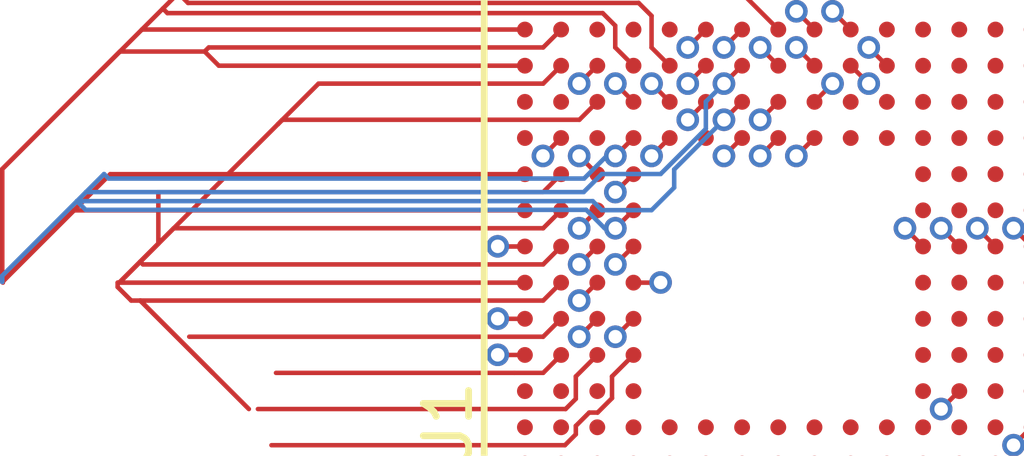
<source format=kicad_pcb>
(kicad_pcb (version 4) (host pcbnew 4.0.7)

  (general
    (links 84)
    (no_connects 79)
    (area 97.649881 89.94 157.648719 119.19)
    (thickness 1.6)
    (drawings 0)
    (tracks 355)
    (zones 0)
    (modules 3)
    (nets 52)
  )

  (page A4)
  (layers
    (0 F.Cu signal hide)
    (1 In1.Cu signal hide)
    (2 In2.Cu signal hide)
    (31 B.Cu signal)
    (32 B.Adhes user)
    (33 F.Adhes user)
    (34 B.Paste user)
    (35 F.Paste user)
    (36 B.SilkS user)
    (37 F.SilkS user)
    (38 B.Mask user)
    (39 F.Mask user)
    (40 Dwgs.User user)
    (41 Cmts.User user)
    (42 Eco1.User user)
    (43 Eco2.User user)
    (44 Edge.Cuts user)
    (45 Margin user)
    (46 B.CrtYd user)
    (47 F.CrtYd user)
    (48 B.Fab user)
    (49 F.Fab user)
  )

  (setup
    (last_trace_width 0.1)
    (trace_clearance 0.1)
    (zone_clearance 0.2)
    (zone_45_only no)
    (trace_min 0.1)
    (segment_width 0.2)
    (edge_width 0.15)
    (via_size 0.5)
    (via_drill 0.3)
    (via_min_size 0.4)
    (via_min_drill 0.3)
    (uvia_size 0.3)
    (uvia_drill 0.1)
    (uvias_allowed no)
    (uvia_min_size 0.2)
    (uvia_min_drill 0.1)
    (pcb_text_width 0.3)
    (pcb_text_size 1.5 1.5)
    (mod_edge_width 0.15)
    (mod_text_size 1 1)
    (mod_text_width 0.15)
    (pad_size 1.524 1.524)
    (pad_drill 0.762)
    (pad_to_mask_clearance 0.2)
    (aux_axis_origin 0 0)
    (grid_origin 148.5 105)
    (visible_elements 7FFEE7FF)
    (pcbplotparams
      (layerselection 0x00030_80000001)
      (usegerberextensions false)
      (excludeedgelayer true)
      (linewidth 0.100000)
      (plotframeref false)
      (viasonmask false)
      (mode 1)
      (useauxorigin false)
      (hpglpennumber 1)
      (hpglpenspeed 20)
      (hpglpendiameter 15)
      (hpglpenoverlay 2)
      (psnegative false)
      (psa4output false)
      (plotreference true)
      (plotvalue true)
      (plotinvisibletext false)
      (padsonsilk false)
      (subtractmaskfromsilk false)
      (outputformat 1)
      (mirror false)
      (drillshape 1)
      (scaleselection 1)
      (outputdirectory ""))
  )

  (net 0 "")
  (net 1 /A0)
  (net 2 GND)
  (net 3 +3V3)
  (net 4 /BCLK)
  (net 5 /D22)
  (net 6 /D23)
  (net 7 /D24)
  (net 8 /D25)
  (net 9 /D26)
  (net 10 /D27)
  (net 11 /D28)
  (net 12 /D29)
  (net 13 /D30)
  (net 14 /D31)
  (net 15 /WR2#)
  (net 16 /WR3#)
  (net 17 /D17)
  (net 18 /D16)
  (net 19 /D19)
  (net 20 /D18)
  (net 21 /D0)
  (net 22 /D21)
  (net 23 /D20)
  (net 24 /D1)
  (net 25 /D2)
  (net 26 /D3)
  (net 27 /D5)
  (net 28 /WR0#)
  (net 29 /WR1#)
  (net 30 /RD#)
  (net 31 /D4)
  (net 32 /D7)
  (net 33 /D6)
  (net 34 /CS1#)
  (net 35 /D13)
  (net 36 /D14)
  (net 37 /A4)
  (net 38 /A5)
  (net 39 /D12)
  (net 40 /A3)
  (net 41 /D9)
  (net 42 /D8)
  (net 43 /D15)
  (net 44 /A1)
  (net 45 /A2)
  (net 46 /A7)
  (net 47 /A9)
  (net 48 /D10)
  (net 49 /D11)
  (net 50 /A6)
  (net 51 /A8)

  (net_class Default "これは標準のネット クラスです。"
    (clearance 0.1)
    (trace_width 0.1)
    (via_dia 0.5)
    (via_drill 0.3)
    (uvia_dia 0.3)
    (uvia_drill 0.1)
    (add_net +3V3)
    (add_net /A0)
    (add_net /A1)
    (add_net /A2)
    (add_net /A3)
    (add_net /A4)
    (add_net /A5)
    (add_net /A6)
    (add_net /A7)
    (add_net /A8)
    (add_net /A9)
    (add_net /BCLK)
    (add_net /CS1#)
    (add_net /D0)
    (add_net /D1)
    (add_net /D10)
    (add_net /D11)
    (add_net /D12)
    (add_net /D13)
    (add_net /D14)
    (add_net /D15)
    (add_net /D16)
    (add_net /D17)
    (add_net /D18)
    (add_net /D19)
    (add_net /D2)
    (add_net /D20)
    (add_net /D21)
    (add_net /D22)
    (add_net /D23)
    (add_net /D24)
    (add_net /D25)
    (add_net /D26)
    (add_net /D27)
    (add_net /D28)
    (add_net /D29)
    (add_net /D3)
    (add_net /D30)
    (add_net /D31)
    (add_net /D4)
    (add_net /D5)
    (add_net /D6)
    (add_net /D7)
    (add_net /D8)
    (add_net /D9)
    (add_net /RD#)
    (add_net /WR0#)
    (add_net /WR1#)
    (add_net /WR2#)
    (add_net /WR3#)
    (add_net GND)
  )

  (module KiCad_Footprints:LFBGA_176 (layer F.Cu) (tedit 5A489DFC) (tstamp 5A48BF2A)
    (at 148.5011 105.0036)
    (path /5A48A494)
    (solder_mask_margin 0.03)
    (fp_text reference U1 (at -7.3 3.1964 90) (layer F.SilkS)
      (effects (font (size 1 1) (thickness 0.15)))
    )
    (fp_text value R5F571MLDDBG_MagSim (at 0 0) (layer F.Fab)
      (effects (font (size 1 1) (thickness 0.15)))
    )
    (fp_circle (center -7 6) (end -6.5 6) (layer F.SilkS) (width 0.15))
    (fp_line (start -6.5 6.5) (end -6.5 -6.5) (layer F.SilkS) (width 0.15))
    (fp_line (start 6.5 6.5) (end -6.5 6.5) (layer F.SilkS) (width 0.15))
    (fp_line (start 6.5 -6.5) (end 6.5 6.5) (layer F.SilkS) (width 0.15))
    (fp_line (start -6.5 -6.5) (end 6.5 -6.5) (layer F.SilkS) (width 0.15))
    (pad A1 smd circle (at -5.6 5.6 180) (size 0.35 0.35) (layers F.Cu F.Paste F.Mask)
      (net 2 GND))
    (pad B1 smd circle (at -4.8 5.6 180) (size 0.35 0.35) (layers F.Cu F.Paste F.Mask))
    (pad C1 smd circle (at -4 5.6 180) (size 0.35 0.35) (layers F.Cu F.Paste F.Mask)
      (net 2 GND))
    (pad D1 smd circle (at -3.2 5.6 180) (size 0.35 0.35) (layers F.Cu F.Paste F.Mask))
    (pad E1 smd circle (at -2.4 5.6 180) (size 0.35 0.35) (layers F.Cu F.Paste F.Mask))
    (pad F1 smd circle (at -1.6 5.6 180) (size 0.35 0.35) (layers F.Cu F.Paste F.Mask)
      (net 3 +3V3))
    (pad G1 smd circle (at -0.8 5.6 180) (size 0.35 0.35) (layers F.Cu F.Paste F.Mask))
    (pad H1 smd circle (at 0 5.6 180) (size 0.35 0.35) (layers F.Cu F.Paste F.Mask))
    (pad J1 smd circle (at 0.8 5.6 180) (size 0.35 0.35) (layers F.Cu F.Paste F.Mask))
    (pad K1 smd circle (at 1.6 5.6 180) (size 0.35 0.35) (layers F.Cu F.Paste F.Mask))
    (pad L1 smd circle (at 2.4 5.6 180) (size 0.35 0.35) (layers F.Cu F.Paste F.Mask))
    (pad M1 smd circle (at 3.2 5.6 180) (size 0.35 0.35) (layers F.Cu F.Paste F.Mask))
    (pad N1 smd circle (at 4 5.6 180) (size 0.35 0.35) (layers F.Cu F.Paste F.Mask)
      (net 3 +3V3))
    (pad P1 smd circle (at 4.8 5.6 180) (size 0.35 0.35) (layers F.Cu F.Paste F.Mask)
      (net 2 GND))
    (pad R1 smd circle (at 5.6 5.6 180) (size 0.35 0.35) (layers F.Cu F.Paste F.Mask))
    (pad A2 smd circle (at -5.6 4.8 180) (size 0.35 0.35) (layers F.Cu F.Paste F.Mask)
      (net 3 +3V3))
    (pad B2 smd circle (at -4.8 4.8 180) (size 0.35 0.35) (layers F.Cu F.Paste F.Mask))
    (pad C2 smd circle (at -4 4.8 180) (size 0.35 0.35) (layers F.Cu F.Paste F.Mask)
      (net 3 +3V3))
    (pad D2 smd circle (at -3.2 4.8 180) (size 0.35 0.35) (layers F.Cu F.Paste F.Mask))
    (pad E2 smd circle (at -2.4 4.8 180) (size 0.35 0.35) (layers F.Cu F.Paste F.Mask))
    (pad F2 smd circle (at -1.6 4.8 180) (size 0.35 0.35) (layers F.Cu F.Paste F.Mask)
      (net 3 +3V3))
    (pad G2 smd circle (at -0.8 4.8 180) (size 0.35 0.35) (layers F.Cu F.Paste F.Mask))
    (pad H2 smd circle (at 0 4.8 180) (size 0.35 0.35) (layers F.Cu F.Paste F.Mask)
      (net 2 GND))
    (pad J2 smd circle (at 0.8 4.8 180) (size 0.35 0.35) (layers F.Cu F.Paste F.Mask)
      (net 3 +3V3))
    (pad K2 smd circle (at 1.6 4.8 180) (size 0.35 0.35) (layers F.Cu F.Paste F.Mask))
    (pad L2 smd circle (at 2.4 4.8 180) (size 0.35 0.35) (layers F.Cu F.Paste F.Mask))
    (pad M2 smd circle (at 3.2 4.8 180) (size 0.35 0.35) (layers F.Cu F.Paste F.Mask))
    (pad N2 smd circle (at 4 4.8 180) (size 0.35 0.35) (layers F.Cu F.Paste F.Mask))
    (pad P2 smd circle (at 4.8 4.8 180) (size 0.35 0.35) (layers F.Cu F.Paste F.Mask))
    (pad R2 smd circle (at 5.6 4.8 180) (size 0.35 0.35) (layers F.Cu F.Paste F.Mask))
    (pad A3 smd circle (at -5.6 4 180) (size 0.35 0.35) (layers F.Cu F.Paste F.Mask)
      (net 2 GND))
    (pad B3 smd circle (at -4.8 4 180) (size 0.35 0.35) (layers F.Cu F.Paste F.Mask))
    (pad C3 smd circle (at -4 4 180) (size 0.35 0.35) (layers F.Cu F.Paste F.Mask)
      (net 3 +3V3))
    (pad D3 smd circle (at -3.2 4 180) (size 0.35 0.35) (layers F.Cu F.Paste F.Mask))
    (pad E3 smd circle (at -2.4 4 180) (size 0.35 0.35) (layers F.Cu F.Paste F.Mask))
    (pad F3 smd circle (at -1.6 4 180) (size 0.35 0.35) (layers F.Cu F.Paste F.Mask))
    (pad G3 smd circle (at -0.8 4 180) (size 0.35 0.35) (layers F.Cu F.Paste F.Mask))
    (pad H3 smd circle (at 0 4 180) (size 0.35 0.35) (layers F.Cu F.Paste F.Mask))
    (pad J3 smd circle (at 0.8 4 180) (size 0.35 0.35) (layers F.Cu F.Paste F.Mask))
    (pad K3 smd circle (at 1.6 4 180) (size 0.35 0.35) (layers F.Cu F.Paste F.Mask))
    (pad L3 smd circle (at 2.4 4 180) (size 0.35 0.35) (layers F.Cu F.Paste F.Mask))
    (pad M3 smd circle (at 3.2 4 180) (size 0.35 0.35) (layers F.Cu F.Paste F.Mask))
    (pad N3 smd circle (at 4 4 180) (size 0.35 0.35) (layers F.Cu F.Paste F.Mask))
    (pad P3 smd circle (at 4.8 4 180) (size 0.35 0.35) (layers F.Cu F.Paste F.Mask))
    (pad R3 smd circle (at 5.6 4 180) (size 0.35 0.35) (layers F.Cu F.Paste F.Mask))
    (pad A4 smd circle (at -5.6 3.2 180) (size 0.35 0.35) (layers F.Cu F.Paste F.Mask))
    (pad B4 smd circle (at -4.8 3.2 180) (size 0.35 0.35) (layers F.Cu F.Paste F.Mask))
    (pad C4 smd circle (at -4 3.2 180) (size 0.35 0.35) (layers F.Cu F.Paste F.Mask))
    (pad D4 smd circle (at -3.2 3.2 180) (size 0.35 0.35) (layers F.Cu F.Paste F.Mask))
    (pad E4 smd circle (at -2.4 3.2 180) (size 0.35 0.35) (layers F.Cu F.Paste F.Mask)
      (net 2 GND))
    (pad F4 smd circle (at -1.6 3.2 180) (size 0.35 0.35) (layers F.Cu F.Paste F.Mask))
    (pad G4 smd circle (at -0.8 3.2 180) (size 0.35 0.35) (layers F.Cu F.Paste F.Mask))
    (pad H4 smd circle (at 0 3.2 180) (size 0.35 0.35) (layers F.Cu F.Paste F.Mask))
    (pad J4 smd circle (at 0.8 3.2 180) (size 0.35 0.35) (layers F.Cu F.Paste F.Mask))
    (pad K4 smd circle (at 1.6 3.2 180) (size 0.35 0.35) (layers F.Cu F.Paste F.Mask))
    (pad L4 smd circle (at 2.4 3.2 180) (size 0.35 0.35) (layers F.Cu F.Paste F.Mask))
    (pad M4 smd circle (at 3.2 3.2 180) (size 0.35 0.35) (layers F.Cu F.Paste F.Mask))
    (pad N4 smd circle (at 4 3.2 180) (size 0.35 0.35) (layers F.Cu F.Paste F.Mask))
    (pad P4 smd circle (at 4.8 3.2 180) (size 0.35 0.35) (layers F.Cu F.Paste F.Mask))
    (pad R4 smd circle (at 5.6 3.2 180) (size 0.35 0.35) (layers F.Cu F.Paste F.Mask)
      (net 15 /WR2#))
    (pad A5 smd circle (at -5.6 2.4 180) (size 0.35 0.35) (layers F.Cu F.Paste F.Mask))
    (pad B5 smd circle (at -4.8 2.4 180) (size 0.35 0.35) (layers F.Cu F.Paste F.Mask))
    (pad C5 smd circle (at -4 2.4 180) (size 0.35 0.35) (layers F.Cu F.Paste F.Mask))
    (pad D5 smd circle (at -3.2 2.4 180) (size 0.35 0.35) (layers F.Cu F.Paste F.Mask))
    (pad M5 smd circle (at 3.2 2.4 180) (size 0.35 0.35) (layers F.Cu F.Paste F.Mask)
      (net 3 +3V3))
    (pad N5 smd circle (at 4 2.4 180) (size 0.35 0.35) (layers F.Cu F.Paste F.Mask)
      (net 16 /WR3#))
    (pad P5 smd circle (at 4.8 2.4 180) (size 0.35 0.35) (layers F.Cu F.Paste F.Mask))
    (pad R5 smd circle (at 5.6 2.4 180) (size 0.35 0.35) (layers F.Cu F.Paste F.Mask))
    (pad A6 smd circle (at -5.6 1.6 180) (size 0.35 0.35) (layers F.Cu F.Paste F.Mask)
      (net 3 +3V3))
    (pad B6 smd circle (at -4.8 1.6 180) (size 0.35 0.35) (layers F.Cu F.Paste F.Mask)
      (net 17 /D17))
    (pad C6 smd circle (at -4 1.6 180) (size 0.35 0.35) (layers F.Cu F.Paste F.Mask)
      (net 18 /D16))
    (pad D6 smd circle (at -3.2 1.6 180) (size 0.35 0.35) (layers F.Cu F.Paste F.Mask)
      (net 19 /D19))
    (pad M6 smd circle (at 3.2 1.6 180) (size 0.35 0.35) (layers F.Cu F.Paste F.Mask)
      (net 3 +3V3))
    (pad N6 smd circle (at 4 1.6 180) (size 0.35 0.35) (layers F.Cu F.Paste F.Mask)
      (net 2 GND))
    (pad P6 smd circle (at 4.8 1.6 180) (size 0.35 0.35) (layers F.Cu F.Paste F.Mask)
      (net 2 GND))
    (pad R6 smd circle (at 5.6 1.6 180) (size 0.35 0.35) (layers F.Cu F.Paste F.Mask)
      (net 2 GND))
    (pad A7 smd circle (at -5.6 0.8 180) (size 0.35 0.35) (layers F.Cu F.Paste F.Mask)
      (net 2 GND))
    (pad B7 smd circle (at -4.8 0.8 180) (size 0.35 0.35) (layers F.Cu F.Paste F.Mask)
      (net 20 /D18))
    (pad C7 smd circle (at -4 0.8 180) (size 0.35 0.35) (layers F.Cu F.Paste F.Mask)
      (net 21 /D0))
    (pad D7 smd circle (at -3.2 0.8 180) (size 0.35 0.35) (layers F.Cu F.Paste F.Mask)
      (net 22 /D21))
    (pad M7 smd circle (at 3.2 0.8 180) (size 0.35 0.35) (layers F.Cu F.Paste F.Mask))
    (pad N7 smd circle (at 4 0.8 180) (size 0.35 0.35) (layers F.Cu F.Paste F.Mask)
      (net 2 GND))
    (pad P7 smd circle (at 4.8 0.8 180) (size 0.35 0.35) (layers F.Cu F.Paste F.Mask))
    (pad R7 smd circle (at 5.6 0.8 180) (size 0.35 0.35) (layers F.Cu F.Paste F.Mask))
    (pad A8 smd circle (at -5.6 0 180) (size 0.35 0.35) (layers F.Cu F.Paste F.Mask)
      (net 23 /D20))
    (pad B8 smd circle (at -4.8 0 180) (size 0.35 0.35) (layers F.Cu F.Paste F.Mask)
      (net 24 /D1))
    (pad C8 smd circle (at -4 0 180) (size 0.35 0.35) (layers F.Cu F.Paste F.Mask)
      (net 25 /D2))
    (pad D8 smd circle (at -3.2 0 180) (size 0.35 0.35) (layers F.Cu F.Paste F.Mask)
      (net 2 GND))
    (pad M8 smd circle (at 3.2 0 180) (size 0.35 0.35) (layers F.Cu F.Paste F.Mask)
      (net 3 +3V3))
    (pad N8 smd circle (at 4 0 180) (size 0.35 0.35) (layers F.Cu F.Paste F.Mask)
      (net 2 GND))
    (pad P8 smd circle (at 4.8 0 180) (size 0.35 0.35) (layers F.Cu F.Paste F.Mask))
    (pad R8 smd circle (at 5.6 0 180) (size 0.35 0.35) (layers F.Cu F.Paste F.Mask))
    (pad A9 smd circle (at -5.6 -0.8 180) (size 0.35 0.35) (layers F.Cu F.Paste F.Mask)
      (net 3 +3V3))
    (pad B9 smd circle (at -4.8 -0.8 180) (size 0.35 0.35) (layers F.Cu F.Paste F.Mask)
      (net 5 /D22))
    (pad C9 smd circle (at -4 -0.8 180) (size 0.35 0.35) (layers F.Cu F.Paste F.Mask)
      (net 26 /D3))
    (pad D9 smd circle (at -3.2 -0.8 180) (size 0.35 0.35) (layers F.Cu F.Paste F.Mask)
      (net 27 /D5))
    (pad M9 smd circle (at 3.2 -0.8 180) (size 0.35 0.35) (layers F.Cu F.Paste F.Mask)
      (net 28 /WR0#))
    (pad N9 smd circle (at 4 -0.8 180) (size 0.35 0.35) (layers F.Cu F.Paste F.Mask)
      (net 29 /WR1#))
    (pad P9 smd circle (at 4.8 -0.8 180) (size 0.35 0.35) (layers F.Cu F.Paste F.Mask)
      (net 30 /RD#))
    (pad R9 smd circle (at 5.6 -0.8 180) (size 0.35 0.35) (layers F.Cu F.Paste F.Mask)
      (net 4 /BCLK))
    (pad A10 smd circle (at -5.6 -1.6 180) (size 0.35 0.35) (layers F.Cu F.Paste F.Mask)
      (net 6 /D23))
    (pad B10 smd circle (at -4.8 -1.6 180) (size 0.35 0.35) (layers F.Cu F.Paste F.Mask)
      (net 31 /D4))
    (pad C10 smd circle (at -4 -1.6 180) (size 0.35 0.35) (layers F.Cu F.Paste F.Mask)
      (net 7 /D24))
    (pad D10 smd circle (at -3.2 -1.6 180) (size 0.35 0.35) (layers F.Cu F.Paste F.Mask)
      (net 32 /D7))
    (pad M10 smd circle (at 3.2 -1.6 180) (size 0.35 0.35) (layers F.Cu F.Paste F.Mask))
    (pad N10 smd circle (at 4 -1.6 180) (size 0.35 0.35) (layers F.Cu F.Paste F.Mask))
    (pad P10 smd circle (at 4.8 -1.6 180) (size 0.35 0.35) (layers F.Cu F.Paste F.Mask))
    (pad R10 smd circle (at 5.6 -1.6 180) (size 0.35 0.35) (layers F.Cu F.Paste F.Mask)
      (net 2 GND))
    (pad A11 smd circle (at -5.6 -2.4 180) (size 0.35 0.35) (layers F.Cu F.Paste F.Mask)
      (net 33 /D6))
    (pad B11 smd circle (at -4.8 -2.4 180) (size 0.35 0.35) (layers F.Cu F.Paste F.Mask)
      (net 8 /D25))
    (pad C11 smd circle (at -4 -2.4 180) (size 0.35 0.35) (layers F.Cu F.Paste F.Mask)
      (net 3 +3V3))
    (pad D11 smd circle (at -3.2 -2.4 180) (size 0.35 0.35) (layers F.Cu F.Paste F.Mask)
      (net 34 /CS1#))
    (pad M11 smd circle (at 3.2 -2.4 180) (size 0.35 0.35) (layers F.Cu F.Paste F.Mask))
    (pad N11 smd circle (at 4 -2.4 180) (size 0.35 0.35) (layers F.Cu F.Paste F.Mask))
    (pad P11 smd circle (at 4.8 -2.4 180) (size 0.35 0.35) (layers F.Cu F.Paste F.Mask))
    (pad R11 smd circle (at 5.6 -2.4 180) (size 0.35 0.35) (layers F.Cu F.Paste F.Mask)
      (net 3 +3V3))
    (pad A12 smd circle (at -5.6 -3.2 180) (size 0.35 0.35) (layers F.Cu F.Paste F.Mask))
    (pad B12 smd circle (at -4.8 -3.2 180) (size 0.35 0.35) (layers F.Cu F.Paste F.Mask)
      (net 2 GND))
    (pad C12 smd circle (at -4 -3.2 180) (size 0.35 0.35) (layers F.Cu F.Paste F.Mask))
    (pad D12 smd circle (at -3.2 -3.2 180) (size 0.35 0.35) (layers F.Cu F.Paste F.Mask)
      (net 35 /D13))
    (pad E12 smd circle (at -2.4 -3.2 180) (size 0.35 0.35) (layers F.Cu F.Paste F.Mask)
      (net 36 /D14))
    (pad F12 smd circle (at -1.6 -3.2 180) (size 0.35 0.35) (layers F.Cu F.Paste F.Mask))
    (pad G12 smd circle (at -0.8 -3.2 180) (size 0.35 0.35) (layers F.Cu F.Paste F.Mask)
      (net 12 /D29))
    (pad H12 smd circle (at 0 -3.2 180) (size 0.35 0.35) (layers F.Cu F.Paste F.Mask)
      (net 37 /A4))
    (pad J12 smd circle (at 0.8 -3.2 180) (size 0.35 0.35) (layers F.Cu F.Paste F.Mask)
      (net 38 /A5))
    (pad K12 smd circle (at 1.6 -3.2 180) (size 0.35 0.35) (layers F.Cu F.Paste F.Mask))
    (pad L12 smd circle (at 2.4 -3.2 180) (size 0.35 0.35) (layers F.Cu F.Paste F.Mask))
    (pad M12 smd circle (at 3.2 -3.2 180) (size 0.35 0.35) (layers F.Cu F.Paste F.Mask))
    (pad N12 smd circle (at 4 -3.2 180) (size 0.35 0.35) (layers F.Cu F.Paste F.Mask))
    (pad P12 smd circle (at 4.8 -3.2 180) (size 0.35 0.35) (layers F.Cu F.Paste F.Mask))
    (pad R12 smd circle (at 5.6 -3.2 180) (size 0.35 0.35) (layers F.Cu F.Paste F.Mask))
    (pad A13 smd circle (at -5.6 -4 180) (size 0.35 0.35) (layers F.Cu F.Paste F.Mask))
    (pad B13 smd circle (at -4.8 -4 180) (size 0.35 0.35) (layers F.Cu F.Paste F.Mask))
    (pad C13 smd circle (at -4 -4 180) (size 0.35 0.35) (layers F.Cu F.Paste F.Mask)
      (net 39 /D12))
    (pad D13 smd circle (at -3.2 -4 180) (size 0.35 0.35) (layers F.Cu F.Paste F.Mask)
      (net 3 +3V3))
    (pad E13 smd circle (at -2.4 -4 180) (size 0.35 0.35) (layers F.Cu F.Paste F.Mask)
      (net 9 /D26))
    (pad F13 smd circle (at -1.6 -4 180) (size 0.35 0.35) (layers F.Cu F.Paste F.Mask)
      (net 11 /D28))
    (pad G13 smd circle (at -0.8 -4 180) (size 0.35 0.35) (layers F.Cu F.Paste F.Mask)
      (net 13 /D30))
    (pad H13 smd circle (at 0 -4 180) (size 0.35 0.35) (layers F.Cu F.Paste F.Mask)
      (net 40 /A3))
    (pad J13 smd circle (at 0.8 -4 180) (size 0.35 0.35) (layers F.Cu F.Paste F.Mask)
      (net 2 GND))
    (pad K13 smd circle (at 1.6 -4 180) (size 0.35 0.35) (layers F.Cu F.Paste F.Mask))
    (pad L13 smd circle (at 2.4 -4 180) (size 0.35 0.35) (layers F.Cu F.Paste F.Mask))
    (pad M13 smd circle (at 3.2 -4 180) (size 0.35 0.35) (layers F.Cu F.Paste F.Mask))
    (pad N13 smd circle (at 4 -4 180) (size 0.35 0.35) (layers F.Cu F.Paste F.Mask))
    (pad P13 smd circle (at 4.8 -4 180) (size 0.35 0.35) (layers F.Cu F.Paste F.Mask))
    (pad R13 smd circle (at 5.6 -4 180) (size 0.35 0.35) (layers F.Cu F.Paste F.Mask))
    (pad A14 smd circle (at -5.6 -4.8 180) (size 0.35 0.35) (layers F.Cu F.Paste F.Mask)
      (net 41 /D9))
    (pad B14 smd circle (at -4.8 -4.8 180) (size 0.35 0.35) (layers F.Cu F.Paste F.Mask)
      (net 42 /D8))
    (pad C14 smd circle (at -4 -4.8 180) (size 0.35 0.35) (layers F.Cu F.Paste F.Mask)
      (net 2 GND))
    (pad D14 smd circle (at -3.2 -4.8 180) (size 0.35 0.35) (layers F.Cu F.Paste F.Mask)
      (net 43 /D15))
    (pad E14 smd circle (at -2.4 -4.8 180) (size 0.35 0.35) (layers F.Cu F.Paste F.Mask)
      (net 10 /D27))
    (pad F14 smd circle (at -1.6 -4.8 180) (size 0.35 0.35) (layers F.Cu F.Paste F.Mask)
      (net 1 /A0))
    (pad G14 smd circle (at -0.8 -4.8 180) (size 0.35 0.35) (layers F.Cu F.Paste F.Mask)
      (net 44 /A1))
    (pad H14 smd circle (at 0 -4.8 180) (size 0.35 0.35) (layers F.Cu F.Paste F.Mask)
      (net 45 /A2))
    (pad J14 smd circle (at 0.8 -4.8 180) (size 0.35 0.35) (layers F.Cu F.Paste F.Mask)
      (net 46 /A7))
    (pad K14 smd circle (at 1.6 -4.8 180) (size 0.35 0.35) (layers F.Cu F.Paste F.Mask)
      (net 3 +3V3))
    (pad L14 smd circle (at 2.4 -4.8 180) (size 0.35 0.35) (layers F.Cu F.Paste F.Mask)
      (net 47 /A9))
    (pad M14 smd circle (at 3.2 -4.8 180) (size 0.35 0.35) (layers F.Cu F.Paste F.Mask))
    (pad N14 smd circle (at 4 -4.8 180) (size 0.35 0.35) (layers F.Cu F.Paste F.Mask))
    (pad P14 smd circle (at 4.8 -4.8 180) (size 0.35 0.35) (layers F.Cu F.Paste F.Mask))
    (pad R14 smd circle (at 5.6 -4.8 180) (size 0.35 0.35) (layers F.Cu F.Paste F.Mask))
    (pad A15 smd circle (at -5.6 -5.6 180) (size 0.35 0.35) (layers F.Cu F.Paste F.Mask)
      (net 48 /D10))
    (pad B15 smd circle (at -4.8 -5.6 180) (size 0.35 0.35) (layers F.Cu F.Paste F.Mask)
      (net 49 /D11))
    (pad C15 smd circle (at -4 -5.6 180) (size 0.35 0.35) (layers F.Cu F.Paste F.Mask))
    (pad D15 smd circle (at -3.2 -5.6 180) (size 0.35 0.35) (layers F.Cu F.Paste F.Mask))
    (pad E15 smd circle (at -2.4 -5.6 180) (size 0.35 0.35) (layers F.Cu F.Paste F.Mask))
    (pad F15 smd circle (at -1.6 -5.6 180) (size 0.35 0.35) (layers F.Cu F.Paste F.Mask)
      (net 2 GND))
    (pad G15 smd circle (at -0.8 -5.6 180) (size 0.35 0.35) (layers F.Cu F.Paste F.Mask)
      (net 3 +3V3))
    (pad H15 smd circle (at 0 -5.6 180) (size 0.35 0.35) (layers F.Cu F.Paste F.Mask)
      (net 14 /D31))
    (pad J15 smd circle (at 0.8 -5.6 180) (size 0.35 0.35) (layers F.Cu F.Paste F.Mask)
      (net 50 /A6))
    (pad K15 smd circle (at 1.6 -5.6 180) (size 0.35 0.35) (layers F.Cu F.Paste F.Mask)
      (net 51 /A8))
    (pad L15 smd circle (at 2.4 -5.6 180) (size 0.35 0.35) (layers F.Cu F.Paste F.Mask))
    (pad M15 smd circle (at 3.2 -5.6 180) (size 0.35 0.35) (layers F.Cu F.Paste F.Mask))
    (pad N15 smd circle (at 4 -5.6 180) (size 0.35 0.35) (layers F.Cu F.Paste F.Mask)
      (net 2 GND))
    (pad P15 smd circle (at 4.8 -5.6 180) (size 0.35 0.35) (layers F.Cu F.Paste F.Mask)
      (net 3 +3V3))
    (pad R15 smd circle (at 5.6 -5.6 180) (size 0.35 0.35) (layers F.Cu F.Paste F.Mask))
  )

  (module Pin_Headers:Pin_Header_Angled_1x10_Pitch1.27mm (layer F.Cu) (tedit 59650535) (tstamp 5A48D121)
    (at 112 99.18)
    (descr "Through hole angled pin header, 1x10, 1.27mm pitch, 4.0mm pin length, single row")
    (tags "Through hole angled pin header THT 1x10 1.27mm single row")
    (path /5A48D43C)
    (fp_text reference J2 (at 2.4325 -1.635) (layer F.SilkS)
      (effects (font (size 1 1) (thickness 0.15)))
    )
    (fp_text value Conn_01x10 (at 2.4325 13.065) (layer F.Fab)
      (effects (font (size 1 1) (thickness 0.15)))
    )
    (fp_line (start 0.75 -0.635) (end 1.5 -0.635) (layer F.Fab) (width 0.1))
    (fp_line (start 1.5 -0.635) (end 1.5 12.065) (layer F.Fab) (width 0.1))
    (fp_line (start 1.5 12.065) (end 0.5 12.065) (layer F.Fab) (width 0.1))
    (fp_line (start 0.5 12.065) (end 0.5 -0.385) (layer F.Fab) (width 0.1))
    (fp_line (start 0.5 -0.385) (end 0.75 -0.635) (layer F.Fab) (width 0.1))
    (fp_line (start -0.2 -0.2) (end 0.5 -0.2) (layer F.Fab) (width 0.1))
    (fp_line (start -0.2 -0.2) (end -0.2 0.2) (layer F.Fab) (width 0.1))
    (fp_line (start -0.2 0.2) (end 0.5 0.2) (layer F.Fab) (width 0.1))
    (fp_line (start 1.5 -0.2) (end 5.5 -0.2) (layer F.Fab) (width 0.1))
    (fp_line (start 5.5 -0.2) (end 5.5 0.2) (layer F.Fab) (width 0.1))
    (fp_line (start 1.5 0.2) (end 5.5 0.2) (layer F.Fab) (width 0.1))
    (fp_line (start -0.2 1.07) (end 0.5 1.07) (layer F.Fab) (width 0.1))
    (fp_line (start -0.2 1.07) (end -0.2 1.47) (layer F.Fab) (width 0.1))
    (fp_line (start -0.2 1.47) (end 0.5 1.47) (layer F.Fab) (width 0.1))
    (fp_line (start 1.5 1.07) (end 5.5 1.07) (layer F.Fab) (width 0.1))
    (fp_line (start 5.5 1.07) (end 5.5 1.47) (layer F.Fab) (width 0.1))
    (fp_line (start 1.5 1.47) (end 5.5 1.47) (layer F.Fab) (width 0.1))
    (fp_line (start -0.2 2.34) (end 0.5 2.34) (layer F.Fab) (width 0.1))
    (fp_line (start -0.2 2.34) (end -0.2 2.74) (layer F.Fab) (width 0.1))
    (fp_line (start -0.2 2.74) (end 0.5 2.74) (layer F.Fab) (width 0.1))
    (fp_line (start 1.5 2.34) (end 5.5 2.34) (layer F.Fab) (width 0.1))
    (fp_line (start 5.5 2.34) (end 5.5 2.74) (layer F.Fab) (width 0.1))
    (fp_line (start 1.5 2.74) (end 5.5 2.74) (layer F.Fab) (width 0.1))
    (fp_line (start -0.2 3.61) (end 0.5 3.61) (layer F.Fab) (width 0.1))
    (fp_line (start -0.2 3.61) (end -0.2 4.01) (layer F.Fab) (width 0.1))
    (fp_line (start -0.2 4.01) (end 0.5 4.01) (layer F.Fab) (width 0.1))
    (fp_line (start 1.5 3.61) (end 5.5 3.61) (layer F.Fab) (width 0.1))
    (fp_line (start 5.5 3.61) (end 5.5 4.01) (layer F.Fab) (width 0.1))
    (fp_line (start 1.5 4.01) (end 5.5 4.01) (layer F.Fab) (width 0.1))
    (fp_line (start -0.2 4.88) (end 0.5 4.88) (layer F.Fab) (width 0.1))
    (fp_line (start -0.2 4.88) (end -0.2 5.28) (layer F.Fab) (width 0.1))
    (fp_line (start -0.2 5.28) (end 0.5 5.28) (layer F.Fab) (width 0.1))
    (fp_line (start 1.5 4.88) (end 5.5 4.88) (layer F.Fab) (width 0.1))
    (fp_line (start 5.5 4.88) (end 5.5 5.28) (layer F.Fab) (width 0.1))
    (fp_line (start 1.5 5.28) (end 5.5 5.28) (layer F.Fab) (width 0.1))
    (fp_line (start -0.2 6.15) (end 0.5 6.15) (layer F.Fab) (width 0.1))
    (fp_line (start -0.2 6.15) (end -0.2 6.55) (layer F.Fab) (width 0.1))
    (fp_line (start -0.2 6.55) (end 0.5 6.55) (layer F.Fab) (width 0.1))
    (fp_line (start 1.5 6.15) (end 5.5 6.15) (layer F.Fab) (width 0.1))
    (fp_line (start 5.5 6.15) (end 5.5 6.55) (layer F.Fab) (width 0.1))
    (fp_line (start 1.5 6.55) (end 5.5 6.55) (layer F.Fab) (width 0.1))
    (fp_line (start -0.2 7.42) (end 0.5 7.42) (layer F.Fab) (width 0.1))
    (fp_line (start -0.2 7.42) (end -0.2 7.82) (layer F.Fab) (width 0.1))
    (fp_line (start -0.2 7.82) (end 0.5 7.82) (layer F.Fab) (width 0.1))
    (fp_line (start 1.5 7.42) (end 5.5 7.42) (layer F.Fab) (width 0.1))
    (fp_line (start 5.5 7.42) (end 5.5 7.82) (layer F.Fab) (width 0.1))
    (fp_line (start 1.5 7.82) (end 5.5 7.82) (layer F.Fab) (width 0.1))
    (fp_line (start -0.2 8.69) (end 0.5 8.69) (layer F.Fab) (width 0.1))
    (fp_line (start -0.2 8.69) (end -0.2 9.09) (layer F.Fab) (width 0.1))
    (fp_line (start -0.2 9.09) (end 0.5 9.09) (layer F.Fab) (width 0.1))
    (fp_line (start 1.5 8.69) (end 5.5 8.69) (layer F.Fab) (width 0.1))
    (fp_line (start 5.5 8.69) (end 5.5 9.09) (layer F.Fab) (width 0.1))
    (fp_line (start 1.5 9.09) (end 5.5 9.09) (layer F.Fab) (width 0.1))
    (fp_line (start -0.2 9.96) (end 0.5 9.96) (layer F.Fab) (width 0.1))
    (fp_line (start -0.2 9.96) (end -0.2 10.36) (layer F.Fab) (width 0.1))
    (fp_line (start -0.2 10.36) (end 0.5 10.36) (layer F.Fab) (width 0.1))
    (fp_line (start 1.5 9.96) (end 5.5 9.96) (layer F.Fab) (width 0.1))
    (fp_line (start 5.5 9.96) (end 5.5 10.36) (layer F.Fab) (width 0.1))
    (fp_line (start 1.5 10.36) (end 5.5 10.36) (layer F.Fab) (width 0.1))
    (fp_line (start -0.2 11.23) (end 0.5 11.23) (layer F.Fab) (width 0.1))
    (fp_line (start -0.2 11.23) (end -0.2 11.63) (layer F.Fab) (width 0.1))
    (fp_line (start -0.2 11.63) (end 0.5 11.63) (layer F.Fab) (width 0.1))
    (fp_line (start 1.5 11.23) (end 5.5 11.23) (layer F.Fab) (width 0.1))
    (fp_line (start 5.5 11.23) (end 5.5 11.63) (layer F.Fab) (width 0.1))
    (fp_line (start 1.5 11.63) (end 5.5 11.63) (layer F.Fab) (width 0.1))
    (fp_line (start 0.76 -0.695) (end 1.56 -0.695) (layer F.SilkS) (width 0.12))
    (fp_line (start 1.56 -0.695) (end 1.56 12.125) (layer F.SilkS) (width 0.12))
    (fp_line (start 1.56 12.125) (end 0.44 12.125) (layer F.SilkS) (width 0.12))
    (fp_line (start 0.44 12.125) (end 0.44 12.049677) (layer F.SilkS) (width 0.12))
    (fp_line (start 1.56 -0.26) (end 5.56 -0.26) (layer F.SilkS) (width 0.12))
    (fp_line (start 5.56 -0.26) (end 5.56 0.26) (layer F.SilkS) (width 0.12))
    (fp_line (start 5.56 0.26) (end 1.56 0.26) (layer F.SilkS) (width 0.12))
    (fp_line (start 1.56 -0.2) (end 5.56 -0.2) (layer F.SilkS) (width 0.12))
    (fp_line (start 1.56 -0.08) (end 5.56 -0.08) (layer F.SilkS) (width 0.12))
    (fp_line (start 1.56 0.04) (end 5.56 0.04) (layer F.SilkS) (width 0.12))
    (fp_line (start 1.56 0.16) (end 5.56 0.16) (layer F.SilkS) (width 0.12))
    (fp_line (start 0.76 0.635) (end 1.56 0.635) (layer F.SilkS) (width 0.12))
    (fp_line (start 1.56 1.01) (end 5.56 1.01) (layer F.SilkS) (width 0.12))
    (fp_line (start 5.56 1.01) (end 5.56 1.53) (layer F.SilkS) (width 0.12))
    (fp_line (start 5.56 1.53) (end 1.56 1.53) (layer F.SilkS) (width 0.12))
    (fp_line (start 0.44 1.905) (end 1.56 1.905) (layer F.SilkS) (width 0.12))
    (fp_line (start 0.44 1.889677) (end 0.44 1.920323) (layer F.SilkS) (width 0.12))
    (fp_line (start 1.56 2.28) (end 5.56 2.28) (layer F.SilkS) (width 0.12))
    (fp_line (start 5.56 2.28) (end 5.56 2.8) (layer F.SilkS) (width 0.12))
    (fp_line (start 5.56 2.8) (end 1.56 2.8) (layer F.SilkS) (width 0.12))
    (fp_line (start 0.44 3.175) (end 1.56 3.175) (layer F.SilkS) (width 0.12))
    (fp_line (start 0.44 3.159677) (end 0.44 3.190323) (layer F.SilkS) (width 0.12))
    (fp_line (start 1.56 3.55) (end 5.56 3.55) (layer F.SilkS) (width 0.12))
    (fp_line (start 5.56 3.55) (end 5.56 4.07) (layer F.SilkS) (width 0.12))
    (fp_line (start 5.56 4.07) (end 1.56 4.07) (layer F.SilkS) (width 0.12))
    (fp_line (start 0.44 4.445) (end 1.56 4.445) (layer F.SilkS) (width 0.12))
    (fp_line (start 0.44 4.429677) (end 0.44 4.460323) (layer F.SilkS) (width 0.12))
    (fp_line (start 1.56 4.82) (end 5.56 4.82) (layer F.SilkS) (width 0.12))
    (fp_line (start 5.56 4.82) (end 5.56 5.34) (layer F.SilkS) (width 0.12))
    (fp_line (start 5.56 5.34) (end 1.56 5.34) (layer F.SilkS) (width 0.12))
    (fp_line (start 0.44 5.715) (end 1.56 5.715) (layer F.SilkS) (width 0.12))
    (fp_line (start 0.44 5.699677) (end 0.44 5.730323) (layer F.SilkS) (width 0.12))
    (fp_line (start 1.56 6.09) (end 5.56 6.09) (layer F.SilkS) (width 0.12))
    (fp_line (start 5.56 6.09) (end 5.56 6.61) (layer F.SilkS) (width 0.12))
    (fp_line (start 5.56 6.61) (end 1.56 6.61) (layer F.SilkS) (width 0.12))
    (fp_line (start 0.44 6.985) (end 1.56 6.985) (layer F.SilkS) (width 0.12))
    (fp_line (start 0.44 6.969677) (end 0.44 7.000323) (layer F.SilkS) (width 0.12))
    (fp_line (start 1.56 7.36) (end 5.56 7.36) (layer F.SilkS) (width 0.12))
    (fp_line (start 5.56 7.36) (end 5.56 7.88) (layer F.SilkS) (width 0.12))
    (fp_line (start 5.56 7.88) (end 1.56 7.88) (layer F.SilkS) (width 0.12))
    (fp_line (start 0.44 8.255) (end 1.56 8.255) (layer F.SilkS) (width 0.12))
    (fp_line (start 0.44 8.239677) (end 0.44 8.270323) (layer F.SilkS) (width 0.12))
    (fp_line (start 1.56 8.63) (end 5.56 8.63) (layer F.SilkS) (width 0.12))
    (fp_line (start 5.56 8.63) (end 5.56 9.15) (layer F.SilkS) (width 0.12))
    (fp_line (start 5.56 9.15) (end 1.56 9.15) (layer F.SilkS) (width 0.12))
    (fp_line (start 0.44 9.525) (end 1.56 9.525) (layer F.SilkS) (width 0.12))
    (fp_line (start 0.44 9.509677) (end 0.44 9.540323) (layer F.SilkS) (width 0.12))
    (fp_line (start 1.56 9.9) (end 5.56 9.9) (layer F.SilkS) (width 0.12))
    (fp_line (start 5.56 9.9) (end 5.56 10.42) (layer F.SilkS) (width 0.12))
    (fp_line (start 5.56 10.42) (end 1.56 10.42) (layer F.SilkS) (width 0.12))
    (fp_line (start 0.44 10.795) (end 1.56 10.795) (layer F.SilkS) (width 0.12))
    (fp_line (start 0.44 10.779677) (end 0.44 10.810323) (layer F.SilkS) (width 0.12))
    (fp_line (start 1.56 11.17) (end 5.56 11.17) (layer F.SilkS) (width 0.12))
    (fp_line (start 5.56 11.17) (end 5.56 11.69) (layer F.SilkS) (width 0.12))
    (fp_line (start 5.56 11.69) (end 1.56 11.69) (layer F.SilkS) (width 0.12))
    (fp_line (start -0.76 0) (end -0.76 -0.76) (layer F.SilkS) (width 0.12))
    (fp_line (start -0.76 -0.76) (end 0 -0.76) (layer F.SilkS) (width 0.12))
    (fp_line (start -1.15 -1.15) (end -1.15 12.6) (layer F.CrtYd) (width 0.05))
    (fp_line (start -1.15 12.6) (end 6 12.6) (layer F.CrtYd) (width 0.05))
    (fp_line (start 6 12.6) (end 6 -1.15) (layer F.CrtYd) (width 0.05))
    (fp_line (start 6 -1.15) (end -1.15 -1.15) (layer F.CrtYd) (width 0.05))
    (fp_text user %R (at 1 5.715 90) (layer F.Fab)
      (effects (font (size 0.6 0.6) (thickness 0.09)))
    )
    (pad 1 thru_hole rect (at 0 0) (size 1 1) (drill 0.65) (layers *.Cu *.Mask)
      (net 5 /D22))
    (pad 2 thru_hole oval (at 0 1.27) (size 1 1) (drill 0.65) (layers *.Cu *.Mask)
      (net 6 /D23))
    (pad 3 thru_hole oval (at 0 2.54) (size 1 1) (drill 0.65) (layers *.Cu *.Mask)
      (net 7 /D24))
    (pad 4 thru_hole oval (at 0 3.81) (size 1 1) (drill 0.65) (layers *.Cu *.Mask)
      (net 8 /D25))
    (pad 5 thru_hole oval (at 0 5.08) (size 1 1) (drill 0.65) (layers *.Cu *.Mask)
      (net 9 /D26))
    (pad 6 thru_hole oval (at 0 6.35) (size 1 1) (drill 0.65) (layers *.Cu *.Mask)
      (net 10 /D27))
    (pad 7 thru_hole oval (at 0 7.62) (size 1 1) (drill 0.65) (layers *.Cu *.Mask)
      (net 11 /D28))
    (pad 8 thru_hole oval (at 0 8.89) (size 1 1) (drill 0.65) (layers *.Cu *.Mask)
      (net 12 /D29))
    (pad 9 thru_hole oval (at 0 10.16) (size 1 1) (drill 0.65) (layers *.Cu *.Mask)
      (net 13 /D30))
    (pad 10 thru_hole oval (at 0 11.43) (size 1 1) (drill 0.65) (layers *.Cu *.Mask)
      (net 14 /D31))
    (model ${KISYS3DMOD}/Pin_Headers.3dshapes/Pin_Header_Angled_1x10_Pitch1.27mm.wrl
      (at (xyz 0 0 0))
      (scale (xyz 1 1 1))
      (rotate (xyz 0 0 0))
    )
  )

  (module Pin_Headers:Pin_Header_Angled_2x20_Pitch1.27mm (layer F.Cu) (tedit 59650536) (tstamp 5A48D195)
    (at 99.23 92.45)
    (descr "Through hole angled pin header, 2x20, 1.27mm pitch, 4.0mm pin length, double rows")
    (tags "Through hole angled pin header THT 2x20 1.27mm double row")
    (path /5A48D2B7)
    (fp_text reference J1 (at 3.0675 -1.635) (layer F.SilkS)
      (effects (font (size 1 1) (thickness 0.15)))
    )
    (fp_text value Conn_01x40 (at 3.0675 25.765) (layer F.Fab)
      (effects (font (size 1 1) (thickness 0.15)))
    )
    (fp_line (start 2.02 -0.635) (end 2.77 -0.635) (layer F.Fab) (width 0.1))
    (fp_line (start 2.77 -0.635) (end 2.77 24.765) (layer F.Fab) (width 0.1))
    (fp_line (start 2.77 24.765) (end 1.77 24.765) (layer F.Fab) (width 0.1))
    (fp_line (start 1.77 24.765) (end 1.77 -0.385) (layer F.Fab) (width 0.1))
    (fp_line (start 1.77 -0.385) (end 2.02 -0.635) (layer F.Fab) (width 0.1))
    (fp_line (start -0.2 -0.2) (end 1.77 -0.2) (layer F.Fab) (width 0.1))
    (fp_line (start -0.2 -0.2) (end -0.2 0.2) (layer F.Fab) (width 0.1))
    (fp_line (start -0.2 0.2) (end 1.77 0.2) (layer F.Fab) (width 0.1))
    (fp_line (start 2.77 -0.2) (end 6.77 -0.2) (layer F.Fab) (width 0.1))
    (fp_line (start 6.77 -0.2) (end 6.77 0.2) (layer F.Fab) (width 0.1))
    (fp_line (start 2.77 0.2) (end 6.77 0.2) (layer F.Fab) (width 0.1))
    (fp_line (start -0.2 1.07) (end 1.77 1.07) (layer F.Fab) (width 0.1))
    (fp_line (start -0.2 1.07) (end -0.2 1.47) (layer F.Fab) (width 0.1))
    (fp_line (start -0.2 1.47) (end 1.77 1.47) (layer F.Fab) (width 0.1))
    (fp_line (start 2.77 1.07) (end 6.77 1.07) (layer F.Fab) (width 0.1))
    (fp_line (start 6.77 1.07) (end 6.77 1.47) (layer F.Fab) (width 0.1))
    (fp_line (start 2.77 1.47) (end 6.77 1.47) (layer F.Fab) (width 0.1))
    (fp_line (start -0.2 2.34) (end 1.77 2.34) (layer F.Fab) (width 0.1))
    (fp_line (start -0.2 2.34) (end -0.2 2.74) (layer F.Fab) (width 0.1))
    (fp_line (start -0.2 2.74) (end 1.77 2.74) (layer F.Fab) (width 0.1))
    (fp_line (start 2.77 2.34) (end 6.77 2.34) (layer F.Fab) (width 0.1))
    (fp_line (start 6.77 2.34) (end 6.77 2.74) (layer F.Fab) (width 0.1))
    (fp_line (start 2.77 2.74) (end 6.77 2.74) (layer F.Fab) (width 0.1))
    (fp_line (start -0.2 3.61) (end 1.77 3.61) (layer F.Fab) (width 0.1))
    (fp_line (start -0.2 3.61) (end -0.2 4.01) (layer F.Fab) (width 0.1))
    (fp_line (start -0.2 4.01) (end 1.77 4.01) (layer F.Fab) (width 0.1))
    (fp_line (start 2.77 3.61) (end 6.77 3.61) (layer F.Fab) (width 0.1))
    (fp_line (start 6.77 3.61) (end 6.77 4.01) (layer F.Fab) (width 0.1))
    (fp_line (start 2.77 4.01) (end 6.77 4.01) (layer F.Fab) (width 0.1))
    (fp_line (start -0.2 4.88) (end 1.77 4.88) (layer F.Fab) (width 0.1))
    (fp_line (start -0.2 4.88) (end -0.2 5.28) (layer F.Fab) (width 0.1))
    (fp_line (start -0.2 5.28) (end 1.77 5.28) (layer F.Fab) (width 0.1))
    (fp_line (start 2.77 4.88) (end 6.77 4.88) (layer F.Fab) (width 0.1))
    (fp_line (start 6.77 4.88) (end 6.77 5.28) (layer F.Fab) (width 0.1))
    (fp_line (start 2.77 5.28) (end 6.77 5.28) (layer F.Fab) (width 0.1))
    (fp_line (start -0.2 6.15) (end 1.77 6.15) (layer F.Fab) (width 0.1))
    (fp_line (start -0.2 6.15) (end -0.2 6.55) (layer F.Fab) (width 0.1))
    (fp_line (start -0.2 6.55) (end 1.77 6.55) (layer F.Fab) (width 0.1))
    (fp_line (start 2.77 6.15) (end 6.77 6.15) (layer F.Fab) (width 0.1))
    (fp_line (start 6.77 6.15) (end 6.77 6.55) (layer F.Fab) (width 0.1))
    (fp_line (start 2.77 6.55) (end 6.77 6.55) (layer F.Fab) (width 0.1))
    (fp_line (start -0.2 7.42) (end 1.77 7.42) (layer F.Fab) (width 0.1))
    (fp_line (start -0.2 7.42) (end -0.2 7.82) (layer F.Fab) (width 0.1))
    (fp_line (start -0.2 7.82) (end 1.77 7.82) (layer F.Fab) (width 0.1))
    (fp_line (start 2.77 7.42) (end 6.77 7.42) (layer F.Fab) (width 0.1))
    (fp_line (start 6.77 7.42) (end 6.77 7.82) (layer F.Fab) (width 0.1))
    (fp_line (start 2.77 7.82) (end 6.77 7.82) (layer F.Fab) (width 0.1))
    (fp_line (start -0.2 8.69) (end 1.77 8.69) (layer F.Fab) (width 0.1))
    (fp_line (start -0.2 8.69) (end -0.2 9.09) (layer F.Fab) (width 0.1))
    (fp_line (start -0.2 9.09) (end 1.77 9.09) (layer F.Fab) (width 0.1))
    (fp_line (start 2.77 8.69) (end 6.77 8.69) (layer F.Fab) (width 0.1))
    (fp_line (start 6.77 8.69) (end 6.77 9.09) (layer F.Fab) (width 0.1))
    (fp_line (start 2.77 9.09) (end 6.77 9.09) (layer F.Fab) (width 0.1))
    (fp_line (start -0.2 9.96) (end 1.77 9.96) (layer F.Fab) (width 0.1))
    (fp_line (start -0.2 9.96) (end -0.2 10.36) (layer F.Fab) (width 0.1))
    (fp_line (start -0.2 10.36) (end 1.77 10.36) (layer F.Fab) (width 0.1))
    (fp_line (start 2.77 9.96) (end 6.77 9.96) (layer F.Fab) (width 0.1))
    (fp_line (start 6.77 9.96) (end 6.77 10.36) (layer F.Fab) (width 0.1))
    (fp_line (start 2.77 10.36) (end 6.77 10.36) (layer F.Fab) (width 0.1))
    (fp_line (start -0.2 11.23) (end 1.77 11.23) (layer F.Fab) (width 0.1))
    (fp_line (start -0.2 11.23) (end -0.2 11.63) (layer F.Fab) (width 0.1))
    (fp_line (start -0.2 11.63) (end 1.77 11.63) (layer F.Fab) (width 0.1))
    (fp_line (start 2.77 11.23) (end 6.77 11.23) (layer F.Fab) (width 0.1))
    (fp_line (start 6.77 11.23) (end 6.77 11.63) (layer F.Fab) (width 0.1))
    (fp_line (start 2.77 11.63) (end 6.77 11.63) (layer F.Fab) (width 0.1))
    (fp_line (start -0.2 12.5) (end 1.77 12.5) (layer F.Fab) (width 0.1))
    (fp_line (start -0.2 12.5) (end -0.2 12.9) (layer F.Fab) (width 0.1))
    (fp_line (start -0.2 12.9) (end 1.77 12.9) (layer F.Fab) (width 0.1))
    (fp_line (start 2.77 12.5) (end 6.77 12.5) (layer F.Fab) (width 0.1))
    (fp_line (start 6.77 12.5) (end 6.77 12.9) (layer F.Fab) (width 0.1))
    (fp_line (start 2.77 12.9) (end 6.77 12.9) (layer F.Fab) (width 0.1))
    (fp_line (start -0.2 13.77) (end 1.77 13.77) (layer F.Fab) (width 0.1))
    (fp_line (start -0.2 13.77) (end -0.2 14.17) (layer F.Fab) (width 0.1))
    (fp_line (start -0.2 14.17) (end 1.77 14.17) (layer F.Fab) (width 0.1))
    (fp_line (start 2.77 13.77) (end 6.77 13.77) (layer F.Fab) (width 0.1))
    (fp_line (start 6.77 13.77) (end 6.77 14.17) (layer F.Fab) (width 0.1))
    (fp_line (start 2.77 14.17) (end 6.77 14.17) (layer F.Fab) (width 0.1))
    (fp_line (start -0.2 15.04) (end 1.77 15.04) (layer F.Fab) (width 0.1))
    (fp_line (start -0.2 15.04) (end -0.2 15.44) (layer F.Fab) (width 0.1))
    (fp_line (start -0.2 15.44) (end 1.77 15.44) (layer F.Fab) (width 0.1))
    (fp_line (start 2.77 15.04) (end 6.77 15.04) (layer F.Fab) (width 0.1))
    (fp_line (start 6.77 15.04) (end 6.77 15.44) (layer F.Fab) (width 0.1))
    (fp_line (start 2.77 15.44) (end 6.77 15.44) (layer F.Fab) (width 0.1))
    (fp_line (start -0.2 16.31) (end 1.77 16.31) (layer F.Fab) (width 0.1))
    (fp_line (start -0.2 16.31) (end -0.2 16.71) (layer F.Fab) (width 0.1))
    (fp_line (start -0.2 16.71) (end 1.77 16.71) (layer F.Fab) (width 0.1))
    (fp_line (start 2.77 16.31) (end 6.77 16.31) (layer F.Fab) (width 0.1))
    (fp_line (start 6.77 16.31) (end 6.77 16.71) (layer F.Fab) (width 0.1))
    (fp_line (start 2.77 16.71) (end 6.77 16.71) (layer F.Fab) (width 0.1))
    (fp_line (start -0.2 17.58) (end 1.77 17.58) (layer F.Fab) (width 0.1))
    (fp_line (start -0.2 17.58) (end -0.2 17.98) (layer F.Fab) (width 0.1))
    (fp_line (start -0.2 17.98) (end 1.77 17.98) (layer F.Fab) (width 0.1))
    (fp_line (start 2.77 17.58) (end 6.77 17.58) (layer F.Fab) (width 0.1))
    (fp_line (start 6.77 17.58) (end 6.77 17.98) (layer F.Fab) (width 0.1))
    (fp_line (start 2.77 17.98) (end 6.77 17.98) (layer F.Fab) (width 0.1))
    (fp_line (start -0.2 18.85) (end 1.77 18.85) (layer F.Fab) (width 0.1))
    (fp_line (start -0.2 18.85) (end -0.2 19.25) (layer F.Fab) (width 0.1))
    (fp_line (start -0.2 19.25) (end 1.77 19.25) (layer F.Fab) (width 0.1))
    (fp_line (start 2.77 18.85) (end 6.77 18.85) (layer F.Fab) (width 0.1))
    (fp_line (start 6.77 18.85) (end 6.77 19.25) (layer F.Fab) (width 0.1))
    (fp_line (start 2.77 19.25) (end 6.77 19.25) (layer F.Fab) (width 0.1))
    (fp_line (start -0.2 20.12) (end 1.77 20.12) (layer F.Fab) (width 0.1))
    (fp_line (start -0.2 20.12) (end -0.2 20.52) (layer F.Fab) (width 0.1))
    (fp_line (start -0.2 20.52) (end 1.77 20.52) (layer F.Fab) (width 0.1))
    (fp_line (start 2.77 20.12) (end 6.77 20.12) (layer F.Fab) (width 0.1))
    (fp_line (start 6.77 20.12) (end 6.77 20.52) (layer F.Fab) (width 0.1))
    (fp_line (start 2.77 20.52) (end 6.77 20.52) (layer F.Fab) (width 0.1))
    (fp_line (start -0.2 21.39) (end 1.77 21.39) (layer F.Fab) (width 0.1))
    (fp_line (start -0.2 21.39) (end -0.2 21.79) (layer F.Fab) (width 0.1))
    (fp_line (start -0.2 21.79) (end 1.77 21.79) (layer F.Fab) (width 0.1))
    (fp_line (start 2.77 21.39) (end 6.77 21.39) (layer F.Fab) (width 0.1))
    (fp_line (start 6.77 21.39) (end 6.77 21.79) (layer F.Fab) (width 0.1))
    (fp_line (start 2.77 21.79) (end 6.77 21.79) (layer F.Fab) (width 0.1))
    (fp_line (start -0.2 22.66) (end 1.77 22.66) (layer F.Fab) (width 0.1))
    (fp_line (start -0.2 22.66) (end -0.2 23.06) (layer F.Fab) (width 0.1))
    (fp_line (start -0.2 23.06) (end 1.77 23.06) (layer F.Fab) (width 0.1))
    (fp_line (start 2.77 22.66) (end 6.77 22.66) (layer F.Fab) (width 0.1))
    (fp_line (start 6.77 22.66) (end 6.77 23.06) (layer F.Fab) (width 0.1))
    (fp_line (start 2.77 23.06) (end 6.77 23.06) (layer F.Fab) (width 0.1))
    (fp_line (start -0.2 23.93) (end 1.77 23.93) (layer F.Fab) (width 0.1))
    (fp_line (start -0.2 23.93) (end -0.2 24.33) (layer F.Fab) (width 0.1))
    (fp_line (start -0.2 24.33) (end 1.77 24.33) (layer F.Fab) (width 0.1))
    (fp_line (start 2.77 23.93) (end 6.77 23.93) (layer F.Fab) (width 0.1))
    (fp_line (start 6.77 23.93) (end 6.77 24.33) (layer F.Fab) (width 0.1))
    (fp_line (start 2.77 24.33) (end 6.77 24.33) (layer F.Fab) (width 0.1))
    (fp_line (start 1.71 -0.619677) (end 1.71 -0.695) (layer F.SilkS) (width 0.12))
    (fp_line (start 1.71 -0.695) (end 2.83 -0.695) (layer F.SilkS) (width 0.12))
    (fp_line (start 2.83 -0.695) (end 2.83 24.825) (layer F.SilkS) (width 0.12))
    (fp_line (start 2.83 24.825) (end 1.71 24.825) (layer F.SilkS) (width 0.12))
    (fp_line (start 1.71 24.825) (end 1.71 24.749677) (layer F.SilkS) (width 0.12))
    (fp_line (start 2.83 -0.26) (end 6.83 -0.26) (layer F.SilkS) (width 0.12))
    (fp_line (start 6.83 -0.26) (end 6.83 0.26) (layer F.SilkS) (width 0.12))
    (fp_line (start 6.83 0.26) (end 2.83 0.26) (layer F.SilkS) (width 0.12))
    (fp_line (start 2.83 -0.2) (end 6.83 -0.2) (layer F.SilkS) (width 0.12))
    (fp_line (start 2.83 -0.08) (end 6.83 -0.08) (layer F.SilkS) (width 0.12))
    (fp_line (start 2.83 0.04) (end 6.83 0.04) (layer F.SilkS) (width 0.12))
    (fp_line (start 2.83 0.16) (end 6.83 0.16) (layer F.SilkS) (width 0.12))
    (fp_line (start 1.71 0.635) (end 2.83 0.635) (layer F.SilkS) (width 0.12))
    (fp_line (start 1.71 0.619677) (end 1.71 0.650323) (layer F.SilkS) (width 0.12))
    (fp_line (start 2.83 1.01) (end 6.83 1.01) (layer F.SilkS) (width 0.12))
    (fp_line (start 6.83 1.01) (end 6.83 1.53) (layer F.SilkS) (width 0.12))
    (fp_line (start 6.83 1.53) (end 2.83 1.53) (layer F.SilkS) (width 0.12))
    (fp_line (start 1.71 1.905) (end 2.83 1.905) (layer F.SilkS) (width 0.12))
    (fp_line (start 1.71 1.889677) (end 1.71 1.920323) (layer F.SilkS) (width 0.12))
    (fp_line (start 2.83 2.28) (end 6.83 2.28) (layer F.SilkS) (width 0.12))
    (fp_line (start 6.83 2.28) (end 6.83 2.8) (layer F.SilkS) (width 0.12))
    (fp_line (start 6.83 2.8) (end 2.83 2.8) (layer F.SilkS) (width 0.12))
    (fp_line (start 1.71 3.175) (end 2.83 3.175) (layer F.SilkS) (width 0.12))
    (fp_line (start 1.71 3.159677) (end 1.71 3.190323) (layer F.SilkS) (width 0.12))
    (fp_line (start 2.83 3.55) (end 6.83 3.55) (layer F.SilkS) (width 0.12))
    (fp_line (start 6.83 3.55) (end 6.83 4.07) (layer F.SilkS) (width 0.12))
    (fp_line (start 6.83 4.07) (end 2.83 4.07) (layer F.SilkS) (width 0.12))
    (fp_line (start 1.71 4.445) (end 2.83 4.445) (layer F.SilkS) (width 0.12))
    (fp_line (start 1.71 4.429677) (end 1.71 4.460323) (layer F.SilkS) (width 0.12))
    (fp_line (start 2.83 4.82) (end 6.83 4.82) (layer F.SilkS) (width 0.12))
    (fp_line (start 6.83 4.82) (end 6.83 5.34) (layer F.SilkS) (width 0.12))
    (fp_line (start 6.83 5.34) (end 2.83 5.34) (layer F.SilkS) (width 0.12))
    (fp_line (start 1.71 5.715) (end 2.83 5.715) (layer F.SilkS) (width 0.12))
    (fp_line (start 1.71 5.699677) (end 1.71 5.730323) (layer F.SilkS) (width 0.12))
    (fp_line (start 2.83 6.09) (end 6.83 6.09) (layer F.SilkS) (width 0.12))
    (fp_line (start 6.83 6.09) (end 6.83 6.61) (layer F.SilkS) (width 0.12))
    (fp_line (start 6.83 6.61) (end 2.83 6.61) (layer F.SilkS) (width 0.12))
    (fp_line (start 1.71 6.985) (end 2.83 6.985) (layer F.SilkS) (width 0.12))
    (fp_line (start 1.71 6.969677) (end 1.71 7.000323) (layer F.SilkS) (width 0.12))
    (fp_line (start 2.83 7.36) (end 6.83 7.36) (layer F.SilkS) (width 0.12))
    (fp_line (start 6.83 7.36) (end 6.83 7.88) (layer F.SilkS) (width 0.12))
    (fp_line (start 6.83 7.88) (end 2.83 7.88) (layer F.SilkS) (width 0.12))
    (fp_line (start 1.71 8.255) (end 2.83 8.255) (layer F.SilkS) (width 0.12))
    (fp_line (start 1.71 8.239677) (end 1.71 8.270323) (layer F.SilkS) (width 0.12))
    (fp_line (start 2.83 8.63) (end 6.83 8.63) (layer F.SilkS) (width 0.12))
    (fp_line (start 6.83 8.63) (end 6.83 9.15) (layer F.SilkS) (width 0.12))
    (fp_line (start 6.83 9.15) (end 2.83 9.15) (layer F.SilkS) (width 0.12))
    (fp_line (start 1.71 9.525) (end 2.83 9.525) (layer F.SilkS) (width 0.12))
    (fp_line (start 1.71 9.509677) (end 1.71 9.540323) (layer F.SilkS) (width 0.12))
    (fp_line (start 2.83 9.9) (end 6.83 9.9) (layer F.SilkS) (width 0.12))
    (fp_line (start 6.83 9.9) (end 6.83 10.42) (layer F.SilkS) (width 0.12))
    (fp_line (start 6.83 10.42) (end 2.83 10.42) (layer F.SilkS) (width 0.12))
    (fp_line (start 1.71 10.795) (end 2.83 10.795) (layer F.SilkS) (width 0.12))
    (fp_line (start 1.71 10.779677) (end 1.71 10.810323) (layer F.SilkS) (width 0.12))
    (fp_line (start 2.83 11.17) (end 6.83 11.17) (layer F.SilkS) (width 0.12))
    (fp_line (start 6.83 11.17) (end 6.83 11.69) (layer F.SilkS) (width 0.12))
    (fp_line (start 6.83 11.69) (end 2.83 11.69) (layer F.SilkS) (width 0.12))
    (fp_line (start 1.71 12.065) (end 2.83 12.065) (layer F.SilkS) (width 0.12))
    (fp_line (start 1.71 12.049677) (end 1.71 12.080323) (layer F.SilkS) (width 0.12))
    (fp_line (start 2.83 12.44) (end 6.83 12.44) (layer F.SilkS) (width 0.12))
    (fp_line (start 6.83 12.44) (end 6.83 12.96) (layer F.SilkS) (width 0.12))
    (fp_line (start 6.83 12.96) (end 2.83 12.96) (layer F.SilkS) (width 0.12))
    (fp_line (start 1.71 13.335) (end 2.83 13.335) (layer F.SilkS) (width 0.12))
    (fp_line (start 1.71 13.319677) (end 1.71 13.350323) (layer F.SilkS) (width 0.12))
    (fp_line (start 2.83 13.71) (end 6.83 13.71) (layer F.SilkS) (width 0.12))
    (fp_line (start 6.83 13.71) (end 6.83 14.23) (layer F.SilkS) (width 0.12))
    (fp_line (start 6.83 14.23) (end 2.83 14.23) (layer F.SilkS) (width 0.12))
    (fp_line (start 1.71 14.605) (end 2.83 14.605) (layer F.SilkS) (width 0.12))
    (fp_line (start 1.71 14.589677) (end 1.71 14.620323) (layer F.SilkS) (width 0.12))
    (fp_line (start 2.83 14.98) (end 6.83 14.98) (layer F.SilkS) (width 0.12))
    (fp_line (start 6.83 14.98) (end 6.83 15.5) (layer F.SilkS) (width 0.12))
    (fp_line (start 6.83 15.5) (end 2.83 15.5) (layer F.SilkS) (width 0.12))
    (fp_line (start 1.71 15.875) (end 2.83 15.875) (layer F.SilkS) (width 0.12))
    (fp_line (start 1.71 15.859677) (end 1.71 15.890323) (layer F.SilkS) (width 0.12))
    (fp_line (start 2.83 16.25) (end 6.83 16.25) (layer F.SilkS) (width 0.12))
    (fp_line (start 6.83 16.25) (end 6.83 16.77) (layer F.SilkS) (width 0.12))
    (fp_line (start 6.83 16.77) (end 2.83 16.77) (layer F.SilkS) (width 0.12))
    (fp_line (start 1.71 17.145) (end 2.83 17.145) (layer F.SilkS) (width 0.12))
    (fp_line (start 1.71 17.129677) (end 1.71 17.160323) (layer F.SilkS) (width 0.12))
    (fp_line (start 2.83 17.52) (end 6.83 17.52) (layer F.SilkS) (width 0.12))
    (fp_line (start 6.83 17.52) (end 6.83 18.04) (layer F.SilkS) (width 0.12))
    (fp_line (start 6.83 18.04) (end 2.83 18.04) (layer F.SilkS) (width 0.12))
    (fp_line (start 1.71 18.415) (end 2.83 18.415) (layer F.SilkS) (width 0.12))
    (fp_line (start 1.71 18.399677) (end 1.71 18.430323) (layer F.SilkS) (width 0.12))
    (fp_line (start 2.83 18.79) (end 6.83 18.79) (layer F.SilkS) (width 0.12))
    (fp_line (start 6.83 18.79) (end 6.83 19.31) (layer F.SilkS) (width 0.12))
    (fp_line (start 6.83 19.31) (end 2.83 19.31) (layer F.SilkS) (width 0.12))
    (fp_line (start 1.71 19.685) (end 2.83 19.685) (layer F.SilkS) (width 0.12))
    (fp_line (start 1.71 19.669677) (end 1.71 19.700323) (layer F.SilkS) (width 0.12))
    (fp_line (start 2.83 20.06) (end 6.83 20.06) (layer F.SilkS) (width 0.12))
    (fp_line (start 6.83 20.06) (end 6.83 20.58) (layer F.SilkS) (width 0.12))
    (fp_line (start 6.83 20.58) (end 2.83 20.58) (layer F.SilkS) (width 0.12))
    (fp_line (start 1.71 20.955) (end 2.83 20.955) (layer F.SilkS) (width 0.12))
    (fp_line (start 1.71 20.939677) (end 1.71 20.970323) (layer F.SilkS) (width 0.12))
    (fp_line (start 2.83 21.33) (end 6.83 21.33) (layer F.SilkS) (width 0.12))
    (fp_line (start 6.83 21.33) (end 6.83 21.85) (layer F.SilkS) (width 0.12))
    (fp_line (start 6.83 21.85) (end 2.83 21.85) (layer F.SilkS) (width 0.12))
    (fp_line (start 1.71 22.225) (end 2.83 22.225) (layer F.SilkS) (width 0.12))
    (fp_line (start 1.71 22.209677) (end 1.71 22.240323) (layer F.SilkS) (width 0.12))
    (fp_line (start 2.83 22.6) (end 6.83 22.6) (layer F.SilkS) (width 0.12))
    (fp_line (start 6.83 22.6) (end 6.83 23.12) (layer F.SilkS) (width 0.12))
    (fp_line (start 6.83 23.12) (end 2.83 23.12) (layer F.SilkS) (width 0.12))
    (fp_line (start 1.71 23.495) (end 2.83 23.495) (layer F.SilkS) (width 0.12))
    (fp_line (start 1.71 23.479677) (end 1.71 23.510323) (layer F.SilkS) (width 0.12))
    (fp_line (start 2.83 23.87) (end 6.83 23.87) (layer F.SilkS) (width 0.12))
    (fp_line (start 6.83 23.87) (end 6.83 24.39) (layer F.SilkS) (width 0.12))
    (fp_line (start 6.83 24.39) (end 2.83 24.39) (layer F.SilkS) (width 0.12))
    (fp_line (start -0.76 0) (end -0.76 -0.76) (layer F.SilkS) (width 0.12))
    (fp_line (start -0.76 -0.76) (end 0 -0.76) (layer F.SilkS) (width 0.12))
    (fp_line (start -1.15 -1.15) (end -1.15 25.3) (layer F.CrtYd) (width 0.05))
    (fp_line (start -1.15 25.3) (end 7.3 25.3) (layer F.CrtYd) (width 0.05))
    (fp_line (start 7.3 25.3) (end 7.3 -1.15) (layer F.CrtYd) (width 0.05))
    (fp_line (start 7.3 -1.15) (end -1.15 -1.15) (layer F.CrtYd) (width 0.05))
    (fp_text user %R (at 2.27 12.065 90) (layer F.Fab)
      (effects (font (size 0.6 0.6) (thickness 0.09)))
    )
    (pad 1 thru_hole rect (at 0 0) (size 1 1) (drill 0.65) (layers *.Cu *.Mask)
      (net 4 /BCLK))
    (pad 2 thru_hole oval (at 1.27 0) (size 1 1) (drill 0.65) (layers *.Cu *.Mask)
      (net 1 /A0))
    (pad 3 thru_hole oval (at 0 1.27) (size 1 1) (drill 0.65) (layers *.Cu *.Mask)
      (net 44 /A1))
    (pad 4 thru_hole oval (at 1.27 1.27) (size 1 1) (drill 0.65) (layers *.Cu *.Mask)
      (net 45 /A2))
    (pad 5 thru_hole oval (at 0 2.54) (size 1 1) (drill 0.65) (layers *.Cu *.Mask)
      (net 40 /A3))
    (pad 6 thru_hole oval (at 1.27 2.54) (size 1 1) (drill 0.65) (layers *.Cu *.Mask)
      (net 37 /A4))
    (pad 7 thru_hole oval (at 0 3.81) (size 1 1) (drill 0.65) (layers *.Cu *.Mask)
      (net 38 /A5))
    (pad 8 thru_hole oval (at 1.27 3.81) (size 1 1) (drill 0.65) (layers *.Cu *.Mask)
      (net 50 /A6))
    (pad 9 thru_hole oval (at 0 5.08) (size 1 1) (drill 0.65) (layers *.Cu *.Mask)
      (net 46 /A7))
    (pad 10 thru_hole oval (at 1.27 5.08) (size 1 1) (drill 0.65) (layers *.Cu *.Mask)
      (net 51 /A8))
    (pad 11 thru_hole oval (at 0 6.35) (size 1 1) (drill 0.65) (layers *.Cu *.Mask)
      (net 47 /A9))
    (pad 12 thru_hole oval (at 1.27 6.35) (size 1 1) (drill 0.65) (layers *.Cu *.Mask))
    (pad 13 thru_hole oval (at 0 7.62) (size 1 1) (drill 0.65) (layers *.Cu *.Mask)
      (net 34 /CS1#))
    (pad 14 thru_hole oval (at 1.27 7.62) (size 1 1) (drill 0.65) (layers *.Cu *.Mask)
      (net 30 /RD#))
    (pad 15 thru_hole oval (at 0 8.89) (size 1 1) (drill 0.65) (layers *.Cu *.Mask)
      (net 28 /WR0#))
    (pad 16 thru_hole oval (at 1.27 8.89) (size 1 1) (drill 0.65) (layers *.Cu *.Mask)
      (net 29 /WR1#))
    (pad 17 thru_hole oval (at 0 10.16) (size 1 1) (drill 0.65) (layers *.Cu *.Mask)
      (net 15 /WR2#))
    (pad 18 thru_hole oval (at 1.27 10.16) (size 1 1) (drill 0.65) (layers *.Cu *.Mask)
      (net 16 /WR3#))
    (pad 19 thru_hole oval (at 0 11.43) (size 1 1) (drill 0.65) (layers *.Cu *.Mask)
      (net 21 /D0))
    (pad 20 thru_hole oval (at 1.27 11.43) (size 1 1) (drill 0.65) (layers *.Cu *.Mask)
      (net 24 /D1))
    (pad 21 thru_hole oval (at 0 12.7) (size 1 1) (drill 0.65) (layers *.Cu *.Mask)
      (net 25 /D2))
    (pad 22 thru_hole oval (at 1.27 12.7) (size 1 1) (drill 0.65) (layers *.Cu *.Mask)
      (net 26 /D3))
    (pad 23 thru_hole oval (at 0 13.97) (size 1 1) (drill 0.65) (layers *.Cu *.Mask)
      (net 31 /D4))
    (pad 24 thru_hole oval (at 1.27 13.97) (size 1 1) (drill 0.65) (layers *.Cu *.Mask)
      (net 27 /D5))
    (pad 25 thru_hole oval (at 0 15.24) (size 1 1) (drill 0.65) (layers *.Cu *.Mask)
      (net 33 /D6))
    (pad 26 thru_hole oval (at 1.27 15.24) (size 1 1) (drill 0.65) (layers *.Cu *.Mask)
      (net 32 /D7))
    (pad 27 thru_hole oval (at 0 16.51) (size 1 1) (drill 0.65) (layers *.Cu *.Mask)
      (net 42 /D8))
    (pad 28 thru_hole oval (at 1.27 16.51) (size 1 1) (drill 0.65) (layers *.Cu *.Mask)
      (net 41 /D9))
    (pad 29 thru_hole oval (at 0 17.78) (size 1 1) (drill 0.65) (layers *.Cu *.Mask)
      (net 48 /D10))
    (pad 30 thru_hole oval (at 1.27 17.78) (size 1 1) (drill 0.65) (layers *.Cu *.Mask)
      (net 49 /D11))
    (pad 31 thru_hole oval (at 0 19.05) (size 1 1) (drill 0.65) (layers *.Cu *.Mask)
      (net 39 /D12))
    (pad 32 thru_hole oval (at 1.27 19.05) (size 1 1) (drill 0.65) (layers *.Cu *.Mask)
      (net 35 /D13))
    (pad 33 thru_hole oval (at 0 20.32) (size 1 1) (drill 0.65) (layers *.Cu *.Mask)
      (net 36 /D14))
    (pad 34 thru_hole oval (at 1.27 20.32) (size 1 1) (drill 0.65) (layers *.Cu *.Mask)
      (net 43 /D15))
    (pad 35 thru_hole oval (at 0 21.59) (size 1 1) (drill 0.65) (layers *.Cu *.Mask)
      (net 18 /D16))
    (pad 36 thru_hole oval (at 1.27 21.59) (size 1 1) (drill 0.65) (layers *.Cu *.Mask)
      (net 17 /D17))
    (pad 37 thru_hole oval (at 0 22.86) (size 1 1) (drill 0.65) (layers *.Cu *.Mask)
      (net 20 /D18))
    (pad 38 thru_hole oval (at 1.27 22.86) (size 1 1) (drill 0.65) (layers *.Cu *.Mask)
      (net 19 /D19))
    (pad 39 thru_hole oval (at 0 24.13) (size 1 1) (drill 0.65) (layers *.Cu *.Mask)
      (net 23 /D20))
    (pad 40 thru_hole oval (at 1.27 24.13) (size 1 1) (drill 0.65) (layers *.Cu *.Mask)
      (net 22 /D21))
    (model ${KISYS3DMOD}/Pin_Headers.3dshapes/Pin_Header_Angled_2x20_Pitch1.27mm.wrl
      (at (xyz 0 0 0))
      (scale (xyz 1 1 1))
      (rotate (xyz 0 0 0))
    )
  )

  (segment (start 146.5 100.6) (end 145.9 101.2) (width 0.1) (layer In2.Cu) (net 1))
  (segment (start 146.8964 100.2036) (end 146.5 100.6) (width 0.1) (layer F.Cu) (net 1))
  (via (at 146.5 100.6) (size 0.5) (drill 0.3) (layers F.Cu B.Cu) (net 1))
  (segment (start 146.9011 100.2036) (end 146.9011 100.2011) (width 0.1) (layer F.Cu) (net 1))
  (segment (start 146.9011 100.2036) (end 146.8964 100.2036) (width 0.127) (layer F.Cu) (net 1) (status 30))
  (segment (start 133.3 103.04) (end 133.04 103.3) (width 0.1) (layer In2.Cu) (net 1))
  (segment (start 144.4 103.4) (end 144.3 103.3) (width 0.1) (layer In2.Cu) (net 1))
  (segment (start 144.3 103.3) (end 133.04 103.3) (width 0.1) (layer In2.Cu) (net 1))
  (segment (start 147.253553 103.4) (end 144.4 103.4) (width 0.1) (layer In2.Cu) (net 1))
  (segment (start 148.1 102.553553) (end 147.253553 103.4) (width 0.1) (layer In2.Cu) (net 1))
  (segment (start 133.7 102.64) (end 133.3 103.04) (width 0.1) (layer In2.Cu) (net 1))
  (segment (start 133.34 103) (end 133.3 103.04) (width 0.1) (layer In2.Cu) (net 1))
  (segment (start 145.9 101.2) (end 135.14 101.2) (width 0.1) (layer In2.Cu) (net 1))
  (segment (start 135.34 101) (end 135.14 101.2) (width 0.1) (layer In2.Cu) (net 1))
  (segment (start 146.5 101.4) (end 134.94 101.4) (width 0.1) (layer In2.Cu) (net 1))
  (via (at 146.5 101.4) (size 0.5) (drill 0.3) (layers F.Cu B.Cu) (net 1))
  (segment (start 146.01055 101.6) (end 134.74 101.6) (width 0.1) (layer In2.Cu) (net 1))
  (segment (start 134.655572 101.795572) (end 134.6 101.74) (width 0.1) (layer In2.Cu) (net 1))
  (segment (start 134.94 101.4) (end 134.74 101.6) (width 0.1) (layer In2.Cu) (net 1))
  (segment (start 134.74 101.6) (end 134.6 101.74) (width 0.1) (layer In2.Cu) (net 1))
  (segment (start 134.6 101.74) (end 134.54 101.8) (width 0.1) (layer In2.Cu) (net 1))
  (segment (start 134.54 101.8) (end 133.7 102.64) (width 0.1) (layer In2.Cu) (net 1))
  (segment (start 147.7 102.4) (end 147.499999 102.600001) (width 0.1) (layer In2.Cu) (net 1))
  (segment (start 148.1 101.4) (end 147.7 101.8) (width 0.1) (layer In2.Cu) (net 1))
  (segment (start 147.499999 102.600001) (end 133.739999 102.600001) (width 0.1) (layer In2.Cu) (net 1))
  (segment (start 147.7 101.8) (end 147.7 102.4) (width 0.1) (layer In2.Cu) (net 1))
  (segment (start 133.739999 102.600001) (end 133.7 102.64) (width 0.1) (layer In2.Cu) (net 1))
  (segment (start 135.14 101.2) (end 134.94 101.4) (width 0.1) (layer In2.Cu) (net 1))
  (segment (start 147.3 102.2) (end 146.9 101.8) (width 0.1) (layer In2.Cu) (net 1))
  (segment (start 146.9 101.8) (end 146.21055 101.8) (width 0.1) (layer In2.Cu) (net 1))
  (segment (start 146.21055 101.8) (end 146.01055 101.6) (width 0.1) (layer In2.Cu) (net 1))
  (segment (start 145.3 101.8) (end 134.66 101.8) (width 0.1) (layer In2.Cu) (net 1))
  (segment (start 134.66 101.8) (end 134.655572 101.795572) (width 0.1) (layer In2.Cu) (net 1))
  (segment (start 145.7 102.2) (end 145.3 101.8) (width 0.1) (layer In2.Cu) (net 1))
  (via (at 145.7 102.2) (size 0.5) (drill 0.3) (layers F.Cu B.Cu) (net 1))
  (segment (start 146.2 100.2) (end 145.8 99.8) (width 0.1) (layer In2.Cu) (net 1))
  (segment (start 150.1 100.2) (end 146.2 100.2) (width 0.1) (layer In2.Cu) (net 1))
  (segment (start 145.8 99.8) (end 136.54 99.8) (width 0.1) (layer In2.Cu) (net 1))
  (segment (start 136.94 99.4) (end 136.54 99.8) (width 0.1) (layer In2.Cu) (net 1))
  (segment (start 136.54 99.8) (end 136.14 100.2) (width 0.1) (layer In2.Cu) (net 1))
  (segment (start 145.299999 100.199999) (end 136.140001 100.199999) (width 0.1) (layer In2.Cu) (net 1))
  (segment (start 136.140001 100.199999) (end 136.14 100.2) (width 0.1) (layer In2.Cu) (net 1))
  (segment (start 136.14 100.2) (end 135.34 101) (width 0.1) (layer In2.Cu) (net 1))
  (segment (start 146.8964 99.4036) (end 146.5 99.8) (width 0.1) (layer F.Cu) (net 2))
  (segment (start 146.9011 99.4036) (end 146.8964 99.4036) (width 0.1) (layer F.Cu) (net 2))
  (via (at 146.5 99.8) (size 0.5) (drill 0.3) (layers F.Cu B.Cu) (net 2))
  (segment (start 142.3036 105.8036) (end 142.3 105.8) (width 0.1) (layer F.Cu) (net 2))
  (segment (start 142.9011 105.8036) (end 142.3036 105.8036) (width 0.1) (layer F.Cu) (net 2))
  (via (at 142.3 105.8) (size 0.5) (drill 0.3) (layers F.Cu B.Cu) (net 2))
  (segment (start 149.3011 101.0036) (end 149.3011 100.9989) (width 0.1) (layer F.Cu) (net 2))
  (segment (start 149.3011 100.9989) (end 149.7 100.6) (width 0.1) (layer F.Cu) (net 2))
  (via (at 149.7 100.6) (size 0.5) (drill 0.3) (layers F.Cu B.Cu) (net 2))
  (segment (start 146.9011 99.4036) (end 146.9011 99.4011) (width 0.1) (layer F.Cu) (net 2))
  (segment (start 145.3011 105.0036) (end 145.8964 105.0036) (width 0.1) (layer F.Cu) (net 2))
  (segment (start 145.8964 105.0036) (end 145.9 105) (width 0.1) (layer F.Cu) (net 2))
  (via (at 145.9 105) (size 0.5) (drill 0.3) (layers F.Cu B.Cu) (net 2))
  (segment (start 144.5011 100.2036) (end 144.4964 100.2036) (width 0.1) (layer F.Cu) (net 2))
  (segment (start 144.4964 100.2036) (end 144.1 100.6) (width 0.1) (layer F.Cu) (net 2))
  (via (at 144.1 100.6) (size 0.5) (drill 0.3) (layers F.Cu B.Cu) (net 2))
  (segment (start 143.7011 101.8036) (end 143.6964 101.8036) (width 0.1) (layer F.Cu) (net 2))
  (segment (start 143.6964 101.8036) (end 143.3 102.2) (width 0.1) (layer F.Cu) (net 2))
  (via (at 143.3 102.2) (size 0.5) (drill 0.3) (layers F.Cu B.Cu) (net 2))
  (segment (start 147.7011 99.4036) (end 147.6964 99.4036) (width 0.1) (layer F.Cu) (net 3))
  (segment (start 147.6964 99.4036) (end 147.3 99.8) (width 0.1) (layer F.Cu) (net 3))
  (via (at 147.3 99.8) (size 0.5) (drill 0.3) (layers F.Cu B.Cu) (net 3))
  (segment (start 145.3011 101.0036) (end 145.3011 101.0011) (width 0.1) (layer F.Cu) (net 3))
  (segment (start 145.3011 101.0011) (end 144.9 100.6) (width 0.1) (layer F.Cu) (net 3))
  (via (at 144.9 100.6) (size 0.5) (drill 0.3) (layers F.Cu B.Cu) (net 3))
  (segment (start 150.1011 100.2036) (end 150.1036 100.2036) (width 0.1) (layer F.Cu) (net 3))
  (segment (start 150.1036 100.2036) (end 150.5 100.6) (width 0.1) (layer F.Cu) (net 3))
  (via (at 150.5 100.6) (size 0.5) (drill 0.3) (layers F.Cu B.Cu) (net 3))
  (segment (start 147.7011 99.4036) (end 147.7011 99.4011) (width 0.1) (layer F.Cu) (net 3))
  (segment (start 144.5011 102.6036) (end 144.5011 102.6011) (width 0.1) (layer F.Cu) (net 3))
  (segment (start 144.5011 102.6011) (end 144.1 102.2) (width 0.1) (layer F.Cu) (net 3))
  (via (at 144.1 102.2) (size 0.5) (drill 0.3) (layers F.Cu B.Cu) (net 3))
  (segment (start 145.3011 101.0036) (end 145.2964 101.0036) (width 0.1) (layer F.Cu) (net 3))
  (segment (start 142.9011 106.6036) (end 142.3036 106.6036) (width 0.1) (layer F.Cu) (net 3))
  (segment (start 142.3036 106.6036) (end 142.3 106.6) (width 0.1) (layer F.Cu) (net 3))
  (via (at 142.3 106.6) (size 0.5) (drill 0.3) (layers F.Cu B.Cu) (net 3))
  (segment (start 142.9011 104.2036) (end 142.3036 104.2036) (width 0.1) (layer F.Cu) (net 3))
  (segment (start 142.3036 104.2036) (end 142.3 104.2) (width 0.1) (layer F.Cu) (net 3))
  (via (at 142.3 104.2) (size 0.5) (drill 0.3) (layers F.Cu B.Cu) (net 3))
  (segment (start 147.2 108.4) (end 134.76 108.4) (width 0.1) (layer In2.Cu) (net 4))
  (segment (start 134.76 108.4) (end 134.56 108.2) (width 0.1) (layer In2.Cu) (net 4))
  (segment (start 134.56 108.2) (end 134.16 107.8) (width 0.1) (layer In2.Cu) (net 4))
  (segment (start 153.7 103.8) (end 152.7 104.8) (width 0.1) (layer In2.Cu) (net 4))
  (segment (start 152.7 104.8) (end 147.9 104.8) (width 0.1) (layer In2.Cu) (net 4))
  (segment (start 147.9 104.8) (end 144.9 107.8) (width 0.1) (layer In2.Cu) (net 4))
  (segment (start 144.9 107.8) (end 134.16 107.8) (width 0.1) (layer In2.Cu) (net 4))
  (segment (start 134.16 107.8) (end 133.96 107.6) (width 0.1) (layer In2.Cu) (net 4))
  (segment (start 144.8 107.6) (end 133.96 107.6) (width 0.1) (layer In2.Cu) (net 4))
  (segment (start 147.8 104.6) (end 144.8 107.6) (width 0.1) (layer In2.Cu) (net 4))
  (segment (start 133.96 107.6) (end 133.76 107.4) (width 0.1) (layer In2.Cu) (net 4))
  (segment (start 144.7 107.4) (end 133.76 107.4) (width 0.1) (layer In2.Cu) (net 4))
  (segment (start 154.1011 104.2011) (end 153.7 103.8) (width 0.1) (layer F.Cu) (net 4))
  (via (at 153.7 103.8) (size 0.5) (drill 0.3) (layers F.Cu B.Cu) (net 4))
  (segment (start 154.1011 104.2036) (end 154.1011 104.2011) (width 0.127) (layer F.Cu) (net 4) (status 30))
  (segment (start 147.6 108) (end 147.2 108.4) (width 0.1) (layer In2.Cu) (net 4))
  (segment (start 147.1 108.2) (end 134.56 108.2) (width 0.1) (layer In2.Cu) (net 4))
  (segment (start 147.5 107.8) (end 147.1 108.2) (width 0.1) (layer In2.Cu) (net 4))
  (segment (start 147.8 104.3) (end 144.7 107.4) (width 0.1) (layer In2.Cu) (net 4))
  (segment (start 152.1 104.6) (end 147.8 104.6) (width 0.1) (layer In2.Cu) (net 4))
  (segment (start 133.76 107.4) (end 133.56 107.2) (width 0.1) (layer In2.Cu) (net 4))
  (segment (start 144.6 107.2) (end 133.56 107.2) (width 0.1) (layer In2.Cu) (net 4))
  (segment (start 134.460001 104.600001) (end 134.4 104.54) (width 0.1) (layer F.Cu) (net 5))
  (segment (start 143.304699 104.600001) (end 134.460001 104.600001) (width 0.1) (layer F.Cu) (net 5))
  (segment (start 143.7011 104.2036) (end 143.304699 104.600001) (width 0.1) (layer F.Cu) (net 5))
  (segment (start 142.9011 103.4036) (end 132.9364 103.4036) (width 0.1) (layer F.Cu) (net 6))
  (segment (start 144.1 103.8) (end 143.850001 103.550001) (width 0.1) (layer In2.Cu) (net 7))
  (via (at 144.1 103.8) (size 0.5) (drill 0.3) (layers F.Cu B.Cu) (net 7))
  (segment (start 144.4964 103.4036) (end 144.1 103.8) (width 0.1) (layer F.Cu) (net 7))
  (segment (start 144.5011 103.4036) (end 144.4964 103.4036) (width 0.127) (layer F.Cu) (net 7) (status 30))
  (segment (start 134.8 103) (end 134.8 104.14) (width 0.1) (layer F.Cu) (net 8))
  (segment (start 143.3047 103) (end 134.8 103) (width 0.1) (layer F.Cu) (net 8))
  (segment (start 143.7011 102.6036) (end 143.3047 103) (width 0.1) (layer F.Cu) (net 8))
  (segment (start 145.7 100.6) (end 145.299999 100.199999) (width 0.1) (layer In2.Cu) (net 9))
  (segment (start 146.1011 101.0036) (end 146.1011 101.0011) (width 0.1) (layer F.Cu) (net 9))
  (segment (start 146.1011 101.0011) (end 145.7 100.6) (width 0.1) (layer F.Cu) (net 9))
  (via (at 145.7 100.6) (size 0.5) (drill 0.3) (layers F.Cu B.Cu) (net 9))
  (segment (start 146.1011 101.0036) (end 146.0964 101.0036) (width 0.127) (layer F.Cu) (net 9) (status 30))
  (segment (start 146.1011 100.2036) (end 145.7 99.8025) (width 0.1) (layer F.Cu) (net 10))
  (segment (start 145.7 99.8025) (end 145.7 99.1) (width 0.1) (layer F.Cu) (net 10))
  (segment (start 145.415219 98.815219) (end 135.455219 98.815219) (width 0.1) (layer F.Cu) (net 10))
  (segment (start 145.7 99.1) (end 145.415219 98.815219) (width 0.1) (layer F.Cu) (net 10))
  (segment (start 146.1011 100.2036) (end 146.0964 100.2036) (width 0.127) (layer F.Cu) (net 10) (status 30))
  (segment (start 135.455219 98.815219) (end 135.24 98.6) (width 0.1) (layer F.Cu) (net 10))
  (segment (start 147.699488 98.599488) (end 135.240512 98.599488) (width 0.1) (layer F.Cu) (net 10))
  (segment (start 135.240512 98.599488) (end 135.24 98.6) (width 0.1) (layer F.Cu) (net 10))
  (segment (start 135.24 98.6) (end 134.9 98.94) (width 0.1) (layer F.Cu) (net 10))
  (segment (start 146.8964 101.0036) (end 146.5 101.4) (width 0.1) (layer F.Cu) (net 11))
  (segment (start 146.9011 101.0036) (end 146.9011 101.0011) (width 0.1) (layer F.Cu) (net 11))
  (segment (start 146.9011 101.0036) (end 146.8964 101.0036) (width 0.127) (layer F.Cu) (net 11) (status 30))
  (segment (start 147.6964 101.8036) (end 147.3 102.2) (width 0.1) (layer F.Cu) (net 12))
  (via (at 147.3 102.2) (size 0.5) (drill 0.3) (layers F.Cu B.Cu) (net 12))
  (segment (start 147.7011 101.8036) (end 147.7011 101.8011) (width 0.1) (layer F.Cu) (net 12))
  (segment (start 147.7011 101.8036) (end 147.6964 101.8036) (width 0.127) (layer F.Cu) (net 12) (status 30))
  (segment (start 146.2 102.9) (end 145.7 103.4) (width 0.1) (layer B.Cu) (net 13))
  (segment (start 144.6 103.4) (end 144.4 103.2) (width 0.1) (layer B.Cu) (net 13))
  (segment (start 145.7 103.4) (end 144.6 103.4) (width 0.1) (layer B.Cu) (net 13))
  (segment (start 147.3 101.4) (end 146.2 102.5) (width 0.1) (layer B.Cu) (net 13))
  (segment (start 146.2 102.5) (end 146.2 102.9) (width 0.1) (layer B.Cu) (net 13))
  (segment (start 147.6964 101.0036) (end 147.3 101.4) (width 0.1) (layer F.Cu) (net 13))
  (via (at 147.3 101.4) (size 0.5) (drill 0.3) (layers F.Cu B.Cu) (net 13))
  (segment (start 147.7011 101.0036) (end 147.7011 101.0011) (width 0.1) (layer F.Cu) (net 13))
  (segment (start 147.7011 101.0036) (end 147.6964 101.0036) (width 0.127) (layer F.Cu) (net 13) (status 30))
  (segment (start 148.5011 99.4036) (end 148.5011 99.4011) (width 0.1) (layer F.Cu) (net 14))
  (segment (start 148.5011 99.4011) (end 147.699488 98.599488) (width 0.1) (layer F.Cu) (net 14))
  (segment (start 148.5011 99.4036) (end 148.4964 99.4036) (width 0.127) (layer F.Cu) (net 14) (status 30))
  (segment (start 151.2 108) (end 147.6 108) (width 0.1) (layer In2.Cu) (net 15))
  (segment (start 151.8 108.6) (end 151.2 108) (width 0.1) (layer In2.Cu) (net 15))
  (segment (start 153.7 108.6) (end 151.8 108.6) (width 0.1) (layer In2.Cu) (net 15))
  (segment (start 154.0964 108.2036) (end 153.7 108.6) (width 0.1) (layer F.Cu) (net 15))
  (via (at 153.7 108.6) (size 0.5) (drill 0.3) (layers F.Cu B.Cu) (net 15))
  (segment (start 154.1011 108.2036) (end 154.0964 108.2036) (width 0.127) (layer F.Cu) (net 15) (status 30))
  (segment (start 152.1 107.8) (end 147.5 107.8) (width 0.1) (layer In2.Cu) (net 16))
  (segment (start 152.4964 107.4036) (end 152.1 107.8) (width 0.1) (layer F.Cu) (net 16))
  (via (at 152.1 107.8) (size 0.5) (drill 0.3) (layers F.Cu B.Cu) (net 16))
  (segment (start 152.5011 107.4036) (end 152.4964 107.4036) (width 0.127) (layer F.Cu) (net 16) (status 30))
  (segment (start 143.7011 106.6036) (end 143.3047 107) (width 0.1) (layer F.Cu) (net 17))
  (segment (start 143.3047 107) (end 142.6665 107) (width 0.1) (layer F.Cu) (net 17))
  (segment (start 142.6665 107) (end 137.4 107) (width 0.1) (layer F.Cu) (net 17))
  (segment (start 143.8 107.8) (end 137.000008 107.8) (width 0.1) (layer F.Cu) (net 18))
  (segment (start 144.5011 106.6036) (end 144.026101 107.078599) (width 0.1) (layer F.Cu) (net 18))
  (segment (start 144.026101 107.078599) (end 144.026101 107.573899) (width 0.1) (layer F.Cu) (net 18))
  (segment (start 144.026101 107.573899) (end 143.8 107.8) (width 0.1) (layer F.Cu) (net 18))
  (segment (start 143.785702 108.6) (end 137.3 108.6) (width 0.1) (layer F.Cu) (net 19))
  (segment (start 145.3011 106.6036) (end 144.826101 107.078599) (width 0.1) (layer F.Cu) (net 19))
  (segment (start 144.826101 107.078599) (end 144.826101 107.559601) (width 0.1) (layer F.Cu) (net 19))
  (segment (start 144.826101 107.559601) (end 144.507103 107.878599) (width 0.1) (layer F.Cu) (net 19))
  (segment (start 144.507103 107.878599) (end 144.321401 107.878599) (width 0.1) (layer F.Cu) (net 19))
  (segment (start 144.321401 107.878599) (end 144.026101 108.173899) (width 0.1) (layer F.Cu) (net 19))
  (segment (start 144.026101 108.173899) (end 144.026101 108.359601) (width 0.1) (layer F.Cu) (net 19))
  (segment (start 144.026101 108.359601) (end 143.785702 108.6) (width 0.1) (layer F.Cu) (net 19))
  (segment (start 135.482856 106.2) (end 143.304699 106.200001) (width 0.1) (layer F.Cu) (net 20))
  (segment (start 143.304699 106.200001) (end 143.7011 105.8036) (width 0.1) (layer F.Cu) (net 20))
  (segment (start 144.4964 105.8036) (end 144.1 106.2) (width 0.1) (layer F.Cu) (net 21))
  (segment (start 144.5011 105.8036) (end 144.4964 105.8036) (width 0.127) (layer F.Cu) (net 21) (status 30))
  (via (at 144.1 106.2) (size 0.5) (drill 0.3) (layers F.Cu B.Cu) (net 21))
  (segment (start 132.56 106.2) (end 131.9 105.54) (width 0.1) (layer In2.Cu) (net 22))
  (segment (start 131.9 105.54) (end 131.5 105.14) (width 0.1) (layer In2.Cu) (net 22))
  (segment (start 132.04 105.4) (end 131.9 105.54) (width 0.1) (layer In2.Cu) (net 22))
  (segment (start 131.5 105.14) (end 131.35 104.99) (width 0.1) (layer In2.Cu) (net 22))
  (segment (start 131.64 105) (end 131.5 105.14) (width 0.1) (layer In2.Cu) (net 22))
  (segment (start 133.04 103.3) (end 132.9 103.44) (width 0.1) (layer In2.Cu) (net 22))
  (segment (start 132.9 103.44) (end 132.74 103.6) (width 0.1) (layer In2.Cu) (net 22))
  (segment (start 132.74 103.6) (end 132.5 103.84) (width 0.1) (layer In2.Cu) (net 22))
  (segment (start 132.789999 103.550001) (end 132.74 103.6) (width 0.1) (layer In2.Cu) (net 22))
  (segment (start 131.74 104.6) (end 131.35 104.99) (width 0.1) (layer In2.Cu) (net 22))
  (segment (start 132.94 103.4) (end 132.9 103.44) (width 0.1) (layer In2.Cu) (net 22))
  (segment (start 131.76 105.4) (end 131.35 104.99) (width 0.1) (layer In2.Cu) (net 22))
  (segment (start 142.892002 104.2) (end 142.492002 103.8) (width 0.1) (layer In2.Cu) (net 22))
  (segment (start 142.492002 103.8) (end 132.54 103.8) (width 0.1) (layer In2.Cu) (net 22))
  (segment (start 132.54 103.8) (end 132.5 103.84) (width 0.1) (layer In2.Cu) (net 22))
  (segment (start 132.5 103.84) (end 131.35 104.99) (width 0.1) (layer In2.Cu) (net 22))
  (segment (start 143.850001 103.550001) (end 132.789999 103.550001) (width 0.1) (layer In2.Cu) (net 22))
  (segment (start 145.2964 105.8036) (end 144.9 106.2) (width 0.1) (layer F.Cu) (net 22))
  (segment (start 145.3011 105.8036) (end 145.2964 105.8036) (width 0.127) (layer F.Cu) (net 22) (status 30))
  (segment (start 144.1 107) (end 133.36 107) (width 0.1) (layer In2.Cu) (net 22))
  (segment (start 133.56 107.2) (end 133.36 107) (width 0.1) (layer In2.Cu) (net 22))
  (segment (start 144.9 106.2) (end 144.1 107) (width 0.1) (layer In2.Cu) (net 22))
  (segment (start 133.36 107) (end 132.56 106.2) (width 0.1) (layer In2.Cu) (net 22))
  (segment (start 144.1 106.2) (end 132.56 106.2) (width 0.1) (layer In2.Cu) (net 22))
  (via (at 144.9 106.2) (size 0.5) (drill 0.3) (layers F.Cu B.Cu) (net 22))
  (segment (start 142.9011 105.0036) (end 133.9 105.0036) (width 0.1) (layer F.Cu) (net 23))
  (segment (start 133.9 105.1) (end 133.9 105.0036) (width 0.1) (layer F.Cu) (net 23))
  (segment (start 134.2 105.4) (end 133.9 105.1) (width 0.1) (layer F.Cu) (net 23))
  (segment (start 143.7011 105.0036) (end 143.3047 105.4) (width 0.1) (layer F.Cu) (net 24))
  (segment (start 136.000001 107.000001) (end 134.4 105.4) (width 0.1) (layer F.Cu) (net 24))
  (segment (start 143.3047 105.4) (end 134.4 105.4) (width 0.1) (layer F.Cu) (net 24))
  (segment (start 136.8 107.8) (end 134.4 105.4) (width 0.1) (layer F.Cu) (net 24))
  (segment (start 134.4 105.4) (end 134.2 105.4) (width 0.1) (layer F.Cu) (net 24))
  (segment (start 144.1 105.4) (end 132.04 105.4) (width 0.1) (layer In2.Cu) (net 25))
  (via (at 144.1 105.4) (size 0.5) (drill 0.3) (layers F.Cu B.Cu) (net 25))
  (segment (start 144.4964 105.0036) (end 144.1 105.4) (width 0.1) (layer F.Cu) (net 25))
  (segment (start 144.5011 105.0036) (end 144.4964 105.0036) (width 0.127) (layer F.Cu) (net 25) (status 30))
  (segment (start 144.1 104.6) (end 131.74 104.6) (width 0.1) (layer In2.Cu) (net 26))
  (via (at 144.1 104.6) (size 0.5) (drill 0.3) (layers F.Cu B.Cu) (net 26))
  (segment (start 144.4964 104.2036) (end 144.1 104.6) (width 0.1) (layer F.Cu) (net 26))
  (segment (start 144.5011 104.2036) (end 144.4964 104.2036) (width 0.127) (layer F.Cu) (net 26) (status 30))
  (segment (start 144.5 105) (end 131.64 105) (width 0.1) (layer In2.Cu) (net 27))
  (segment (start 144.5 105) (end 144.49 104.99) (width 0.1) (layer In2.Cu) (net 27))
  (segment (start 144.9 104.6) (end 144.5 105) (width 0.1) (layer In2.Cu) (net 27))
  (via (at 144.9 104.6) (size 0.5) (drill 0.3) (layers F.Cu B.Cu) (net 27))
  (segment (start 145.2964 104.2036) (end 144.9 104.6) (width 0.1) (layer F.Cu) (net 27))
  (segment (start 145.3011 104.2036) (end 145.2964 104.2036) (width 0.127) (layer F.Cu) (net 27) (status 30))
  (segment (start 151.7011 104.2011) (end 151.3 103.8) (width 0.1) (layer F.Cu) (net 28))
  (segment (start 151.7011 104.2036) (end 151.7011 104.2011) (width 0.127) (layer F.Cu) (net 28) (status 30))
  (segment (start 148 103.8) (end 144.6 107.2) (width 0.1) (layer In2.Cu) (net 28))
  (segment (start 151.3 103.8) (end 148 103.8) (width 0.1) (layer In2.Cu) (net 28))
  (via (at 151.3 103.8) (size 0.5) (drill 0.3) (layers F.Cu B.Cu) (net 28))
  (segment (start 152.1 103.8) (end 151.6 104.3) (width 0.1) (layer In2.Cu) (net 29))
  (segment (start 151.6 104.3) (end 147.8 104.3) (width 0.1) (layer In2.Cu) (net 29))
  (segment (start 152.5011 104.2011) (end 152.1 103.8) (width 0.1) (layer F.Cu) (net 29))
  (via (at 152.1 103.8) (size 0.5) (drill 0.3) (layers F.Cu B.Cu) (net 29))
  (segment (start 152.5011 104.2036) (end 152.5011 104.2011) (width 0.127) (layer F.Cu) (net 29) (status 30))
  (segment (start 152.9 103.8) (end 152.1 104.6) (width 0.1) (layer In2.Cu) (net 30))
  (segment (start 153.3011 104.2011) (end 152.9 103.8) (width 0.1) (layer F.Cu) (net 30))
  (via (at 152.9 103.8) (size 0.5) (drill 0.3) (layers F.Cu B.Cu) (net 30))
  (segment (start 153.3011 104.2036) (end 153.3011 104.2011) (width 0.127) (layer F.Cu) (net 30) (status 30))
  (segment (start 135.14 103.8) (end 134.4 104.54) (width 0.1) (layer F.Cu) (net 31))
  (segment (start 143.3047 103.8) (end 135.14 103.8) (width 0.1) (layer F.Cu) (net 31))
  (segment (start 143.7011 103.4036) (end 143.3047 103.8) (width 0.1) (layer F.Cu) (net 31))
  (segment (start 133 103.2) (end 131.35 104.85) (width 0.1) (layer B.Cu) (net 32))
  (segment (start 131.35 104.85) (end 131.35 104.99) (width 0.1) (layer B.Cu) (net 32))
  (segment (start 144.4 103.2) (end 133 103.2) (width 0.1) (layer B.Cu) (net 32))
  (segment (start 144.662894 103.8) (end 144.255479 103.392585) (width 0.1) (layer B.Cu) (net 32))
  (segment (start 144.255479 103.392585) (end 133.192585 103.392585) (width 0.1) (layer B.Cu) (net 32))
  (segment (start 133.192585 103.392585) (end 133 103.2) (width 0.1) (layer B.Cu) (net 32))
  (segment (start 133.6 102.6) (end 133.2 103) (width 0.1) (layer B.Cu) (net 32))
  (segment (start 133.2 103) (end 133 103.2) (width 0.1) (layer B.Cu) (net 32))
  (segment (start 146.9 101.6) (end 145.9 102.6) (width 0.1) (layer B.Cu) (net 32))
  (segment (start 144.2 103) (end 133.2 103) (width 0.1) (layer B.Cu) (net 32))
  (segment (start 145.9 102.6) (end 144.6 102.6) (width 0.1) (layer B.Cu) (net 32))
  (segment (start 144.6 102.6) (end 144.2 103) (width 0.1) (layer B.Cu) (net 32))
  (segment (start 133.7 102.7) (end 133.6 102.6) (width 0.1) (layer B.Cu) (net 32))
  (segment (start 144.9 103.8) (end 144.662894 103.8) (width 0.1) (layer B.Cu) (net 32))
  (segment (start 145.2964 103.4036) (end 144.9 103.8) (width 0.1) (layer F.Cu) (net 32))
  (via (at 144.9 103.8) (size 0.5) (drill 0.3) (layers F.Cu B.Cu) (net 32))
  (segment (start 145.3011 103.4036) (end 145.2964 103.4036) (width 0.127) (layer F.Cu) (net 32) (status 30))
  (segment (start 131.35 102.49) (end 131.35 104.99) (width 0.1) (layer F.Cu) (net 33))
  (segment (start 133.7364 102.6036) (end 131.35 104.99) (width 0.1) (layer F.Cu) (net 33))
  (segment (start 132.9364 103.4036) (end 131.35 104.99) (width 0.1) (layer F.Cu) (net 33))
  (segment (start 131.3636 105.0036) (end 131.35 104.99) (width 0.1) (layer F.Cu) (net 33))
  (segment (start 142.9011 102.6036) (end 133.7364 102.6036) (width 0.1) (layer F.Cu) (net 33))
  (segment (start 144.9 103) (end 133.34 103) (width 0.1) (layer In2.Cu) (net 34))
  (via (at 144.9 103) (size 0.5) (drill 0.3) (layers F.Cu B.Cu) (net 34))
  (segment (start 145.2964 102.6036) (end 144.9 103) (width 0.1) (layer F.Cu) (net 34))
  (segment (start 145.3011 102.6036) (end 145.2964 102.6036) (width 0.127) (layer F.Cu) (net 34) (status 30))
  (segment (start 144.709088 102.2) (end 144.209088 102.7) (width 0.1) (layer B.Cu) (net 35))
  (segment (start 144.209088 102.7) (end 133.7 102.7) (width 0.1) (layer B.Cu) (net 35))
  (segment (start 144.9 102.2) (end 144.709088 102.2) (width 0.1) (layer B.Cu) (net 35))
  (segment (start 145.3011 101.8036) (end 145.2964 101.8036) (width 0.1) (layer F.Cu) (net 35))
  (via (at 144.9 102.2) (size 0.5) (drill 0.3) (layers F.Cu B.Cu) (net 35))
  (segment (start 145.2964 101.8036) (end 144.9 102.2) (width 0.1) (layer F.Cu) (net 35))
  (segment (start 146.0964 101.8036) (end 145.7 102.2) (width 0.1) (layer F.Cu) (net 36))
  (segment (start 146.1011 101.8036) (end 146.1011 101.8011) (width 0.1) (layer F.Cu) (net 36))
  (segment (start 146.1011 101.8036) (end 146.0964 101.8036) (width 0.127) (layer F.Cu) (net 36) (status 30))
  (segment (start 148.1 102.2) (end 148.1 102.553553) (width 0.1) (layer In2.Cu) (net 37))
  (via (at 148.1 102.2) (size 0.5) (drill 0.3) (layers F.Cu B.Cu) (net 37))
  (segment (start 148.4964 101.8036) (end 148.1 102.2) (width 0.1) (layer F.Cu) (net 37))
  (segment (start 148.5011 101.8036) (end 148.5011 101.8011) (width 0.1) (layer F.Cu) (net 37))
  (segment (start 148.5011 101.8036) (end 148.4964 101.8036) (width 0.127) (layer F.Cu) (net 37) (status 30))
  (segment (start 148.9 102.2) (end 146.9 104.2) (width 0.1) (layer In2.Cu) (net 38))
  (segment (start 146.9 104.2) (end 142.892002 104.2) (width 0.1) (layer In2.Cu) (net 38))
  (segment (start 149.2964 101.8036) (end 148.9 102.2) (width 0.1) (layer F.Cu) (net 38))
  (via (at 148.9 102.2) (size 0.5) (drill 0.3) (layers F.Cu B.Cu) (net 38))
  (segment (start 149.3011 101.8036) (end 149.3011 101.8011) (width 0.1) (layer F.Cu) (net 38))
  (segment (start 149.3011 101.8036) (end 149.2964 101.8036) (width 0.127) (layer F.Cu) (net 38) (status 30))
  (segment (start 137.54 101.4) (end 137.44 101.5) (width 0.1) (layer F.Cu) (net 39))
  (segment (start 144.1047 101.4) (end 137.54 101.4) (width 0.1) (layer F.Cu) (net 39))
  (segment (start 144.5011 101.0036) (end 144.1047 101.4) (width 0.1) (layer F.Cu) (net 39))
  (segment (start 148.4964 101.0036) (end 148.1 101.4) (width 0.1) (layer F.Cu) (net 40))
  (via (at 148.1 101.4) (size 0.5) (drill 0.3) (layers F.Cu B.Cu) (net 40))
  (segment (start 148.5011 101.0036) (end 148.5011 101.0011) (width 0.1) (layer F.Cu) (net 40))
  (segment (start 148.5011 101.0036) (end 148.4964 101.0036) (width 0.127) (layer F.Cu) (net 40) (status 30))
  (segment (start 142.9011 100.2036) (end 136.1364 100.2036) (width 0.1) (layer F.Cu) (net 41))
  (segment (start 136.1364 100.2036) (end 135.8228 99.89) (width 0.1) (layer F.Cu) (net 41))
  (segment (start 138.34 100.6) (end 137.44 101.5) (width 0.1) (layer F.Cu) (net 42))
  (segment (start 137.44 101.5) (end 133.95 104.99) (width 0.1) (layer F.Cu) (net 42))
  (segment (start 134.4 104.54) (end 133.95 104.99) (width 0.1) (layer F.Cu) (net 42))
  (segment (start 134.8 104.14) (end 133.95 104.99) (width 0.1) (layer F.Cu) (net 42))
  (segment (start 143.3047 100.6) (end 138.34 100.6) (width 0.1) (layer F.Cu) (net 42))
  (segment (start 143.7011 100.2036) (end 143.3047 100.6) (width 0.1) (layer F.Cu) (net 42))
  (segment (start 145.3011 100.2036) (end 144.8975 99.8) (width 0.1) (layer F.Cu) (net 43))
  (segment (start 144.8975 99.8) (end 144.8975 99.317586) (width 0.1) (layer F.Cu) (net 43))
  (segment (start 144.8975 99.317586) (end 144.620045 99.040131) (width 0.1) (layer F.Cu) (net 43))
  (segment (start 144.620045 99.040131) (end 135.000131 99.040131) (width 0.1) (layer F.Cu) (net 43))
  (segment (start 135.000131 99.040131) (end 134.9 98.94) (width 0.1) (layer F.Cu) (net 43))
  (segment (start 145.3011 100.2036) (end 145.2964 100.2036) (width 0.127) (layer F.Cu) (net 43) (status 30))
  (segment (start 134.9 98.94) (end 134.4364 99.4036) (width 0.1) (layer F.Cu) (net 43))
  (segment (start 147.3 100.6) (end 146.9 101) (width 0.1) (layer B.Cu) (net 44))
  (segment (start 146.9 101) (end 146.9 101.6) (width 0.1) (layer B.Cu) (net 44))
  (segment (start 147.6964 100.2036) (end 147.3 100.6) (width 0.1) (layer F.Cu) (net 44))
  (via (at 147.3 100.6) (size 0.5) (drill 0.3) (layers F.Cu B.Cu) (net 44))
  (segment (start 147.7011 100.2036) (end 147.7011 100.2011) (width 0.1) (layer F.Cu) (net 44))
  (segment (start 147.7011 100.2036) (end 147.6964 100.2036) (width 0.127) (layer F.Cu) (net 44) (status 30))
  (segment (start 147.699999 99.399999) (end 136.940001 99.399999) (width 0.1) (layer In2.Cu) (net 45))
  (segment (start 148.1 99.8) (end 147.699999 99.399999) (width 0.1) (layer In2.Cu) (net 45))
  (segment (start 136.940001 99.399999) (end 136.94 99.4) (width 0.1) (layer In2.Cu) (net 45))
  (segment (start 137.14 99.2) (end 136.94 99.4) (width 0.1) (layer In2.Cu) (net 45))
  (segment (start 137.34 99) (end 137.14 99.2) (width 0.1) (layer In2.Cu) (net 45))
  (segment (start 148.3 99.2) (end 137.14 99.2) (width 0.1) (layer In2.Cu) (net 45))
  (segment (start 137.74 98.6) (end 137.34 99) (width 0.1) (layer In2.Cu) (net 45))
  (segment (start 148.5011 100.2011) (end 148.1 99.8) (width 0.1) (layer F.Cu) (net 45))
  (via (at 148.1 99.8) (size 0.5) (drill 0.3) (layers F.Cu B.Cu) (net 45))
  (segment (start 148.5011 100.2036) (end 148.5011 100.2011) (width 0.1) (layer F.Cu) (net 45))
  (segment (start 148.5011 100.2036) (end 148.4964 100.2036) (width 0.127) (layer F.Cu) (net 45) (status 30))
  (segment (start 149.3 98.6) (end 137.74 98.6) (width 0.1) (layer In2.Cu) (net 45))
  (segment (start 148.9 99.8) (end 148.3 99.2) (width 0.1) (layer In2.Cu) (net 46))
  (segment (start 149.3011 100.2011) (end 148.9 99.8) (width 0.1) (layer F.Cu) (net 46))
  (via (at 148.9 99.8) (size 0.5) (drill 0.3) (layers F.Cu B.Cu) (net 46))
  (segment (start 149.3011 100.2036) (end 149.3011 100.2011) (width 0.1) (layer F.Cu) (net 46))
  (segment (start 149.3011 100.2036) (end 149.2964 100.2036) (width 0.127) (layer F.Cu) (net 46) (status 30))
  (segment (start 150.5 99.8) (end 150.1 100.2) (width 0.1) (layer In2.Cu) (net 47))
  (segment (start 150.9011 100.2036) (end 150.9011 100.2011) (width 0.1) (layer F.Cu) (net 47))
  (segment (start 150.9011 100.2011) (end 150.5 99.8) (width 0.1) (layer F.Cu) (net 47))
  (via (at 150.5 99.8) (size 0.5) (drill 0.3) (layers F.Cu B.Cu) (net 47))
  (segment (start 150.9011 100.2036) (end 150.8964 100.2036) (width 0.127) (layer F.Cu) (net 47) (status 30))
  (segment (start 134.4364 99.4036) (end 131.35 102.49) (width 0.1) (layer F.Cu) (net 48))
  (segment (start 133.95 99.89) (end 131.35 102.49) (width 0.1) (layer F.Cu) (net 48))
  (segment (start 142.9011 99.4036) (end 134.4364 99.4036) (width 0.1) (layer F.Cu) (net 48))
  (segment (start 135.8228 99.89) (end 133.95 99.89) (width 0.1) (layer F.Cu) (net 48))
  (segment (start 143.3047 99.8) (end 135.9128 99.8) (width 0.1) (layer F.Cu) (net 49))
  (segment (start 135.9128 99.8) (end 135.8228 99.89) (width 0.1) (layer F.Cu) (net 49))
  (segment (start 143.7011 99.4036) (end 143.3047 99.8) (width 0.1) (layer F.Cu) (net 49))
  (segment (start 148.9 99) (end 137.34 99) (width 0.1) (layer In2.Cu) (net 50))
  (via (at 148.9 99) (size 0.5) (drill 0.3) (layers F.Cu B.Cu) (net 50))
  (segment (start 149.3011 99.4011) (end 148.9 99) (width 0.1) (layer F.Cu) (net 50))
  (segment (start 149.3011 99.4036) (end 149.3011 99.4011) (width 0.1) (layer F.Cu) (net 50))
  (segment (start 149.3011 99.4036) (end 149.2964 99.4036) (width 0.127) (layer F.Cu) (net 50) (status 30))
  (segment (start 149.7 99) (end 149.3 98.6) (width 0.1) (layer In2.Cu) (net 51))
  (segment (start 150.1011 99.4036) (end 150.1011 99.4011) (width 0.1) (layer F.Cu) (net 51))
  (segment (start 150.1011 99.4011) (end 149.7 99) (width 0.1) (layer F.Cu) (net 51))
  (via (at 149.7 99) (size 0.5) (drill 0.3) (layers F.Cu B.Cu) (net 51))
  (segment (start 150.1011 99.4036) (end 150.0964 99.4036) (width 0.127) (layer F.Cu) (net 51) (status 30))

  (zone (net 2) (net_name GND) (layer In1.Cu) (tstamp 0) (hatch edge 0.508)
    (connect_pads (clearance 0.2))
    (min_thickness 0.2)
    (fill yes (arc_segments 16) (thermal_gap 0.508) (thermal_bridge_width 0.508))
    (polygon
      (pts
        (xy 127.5 96) (xy 156.5 96) (xy 156.5 113) (xy 126.5 113)
      )
    )
    (filled_polygon
      (pts
        (xy 156.4 112.9) (xy 126.606055 112.9) (xy 126.970235 106.708922) (xy 141.749905 106.708922) (xy 141.833461 106.911143)
        (xy 141.988043 107.065995) (xy 142.190118 107.149904) (xy 142.408922 107.150095) (xy 142.611143 107.066539) (xy 142.765995 106.911957)
        (xy 142.849904 106.709882) (xy 142.850095 106.491078) (xy 142.766539 106.288857) (xy 142.611957 106.134005) (xy 142.409882 106.050096)
        (xy 142.191078 106.049905) (xy 141.988857 106.133461) (xy 141.834005 106.288043) (xy 141.750096 106.490118) (xy 141.749905 106.708922)
        (xy 126.970235 106.708922) (xy 127.064941 105.098922) (xy 130.799905 105.098922) (xy 130.883461 105.301143) (xy 131.038043 105.455995)
        (xy 131.240118 105.539904) (xy 131.458922 105.540095) (xy 131.661143 105.456539) (xy 131.815995 105.301957) (xy 131.899904 105.099882)
        (xy 131.900095 104.881078) (xy 131.816539 104.678857) (xy 131.661957 104.524005) (xy 131.459882 104.440096) (xy 131.241078 104.439905)
        (xy 131.038857 104.523461) (xy 130.884005 104.678043) (xy 130.800096 104.880118) (xy 130.799905 105.098922) (xy 127.064941 105.098922)
        (xy 127.111411 104.308922) (xy 141.749905 104.308922) (xy 141.833461 104.511143) (xy 141.988043 104.665995) (xy 142.190118 104.749904)
        (xy 142.408922 104.750095) (xy 142.611143 104.666539) (xy 142.765995 104.511957) (xy 142.849904 104.309882) (xy 142.850095 104.091078)
        (xy 142.766539 103.888857) (xy 142.611957 103.734005) (xy 142.409882 103.650096) (xy 142.191078 103.649905) (xy 141.988857 103.733461)
        (xy 141.834005 103.888043) (xy 141.750096 104.090118) (xy 141.749905 104.308922) (xy 127.111411 104.308922) (xy 127.229058 102.308922)
        (xy 143.549905 102.308922) (xy 143.633461 102.511143) (xy 143.788043 102.665995) (xy 143.990118 102.749904) (xy 144.208922 102.750095)
        (xy 144.411143 102.666539) (xy 144.500019 102.577818) (xy 144.522182 102.600019) (xy 144.434005 102.688043) (xy 144.350096 102.890118)
        (xy 144.349905 103.108922) (xy 144.433461 103.311143) (xy 144.522182 103.400019) (xy 144.499981 103.422182) (xy 144.411957 103.334005)
        (xy 144.209882 103.250096) (xy 143.991078 103.249905) (xy 143.788857 103.333461) (xy 143.634005 103.488043) (xy 143.550096 103.690118)
        (xy 143.549905 103.908922) (xy 143.633461 104.111143) (xy 143.722182 104.200019) (xy 143.634005 104.288043) (xy 143.550096 104.490118)
        (xy 143.549905 104.708922) (xy 143.633461 104.911143) (xy 143.722182 105.000019) (xy 143.634005 105.088043) (xy 143.550096 105.290118)
        (xy 143.549905 105.508922) (xy 143.633461 105.711143) (xy 143.722182 105.800019) (xy 143.634005 105.888043) (xy 143.550096 106.090118)
        (xy 143.549905 106.308922) (xy 143.633461 106.511143) (xy 143.788043 106.665995) (xy 143.990118 106.749904) (xy 144.208922 106.750095)
        (xy 144.411143 106.666539) (xy 144.500019 106.577818) (xy 144.588043 106.665995) (xy 144.790118 106.749904) (xy 145.008922 106.750095)
        (xy 145.211143 106.666539) (xy 145.365995 106.511957) (xy 145.449904 106.309882) (xy 145.450095 106.091078) (xy 145.366539 105.888857)
        (xy 145.211957 105.734005) (xy 145.009882 105.650096) (xy 144.791078 105.649905) (xy 144.588857 105.733461) (xy 144.499981 105.822182)
        (xy 144.477818 105.799981) (xy 144.565995 105.711957) (xy 144.649904 105.509882) (xy 144.650095 105.291078) (xy 144.566539 105.088857)
        (xy 144.477818 104.999981) (xy 144.500019 104.977818) (xy 144.588043 105.065995) (xy 144.790118 105.149904) (xy 145.008922 105.150095)
        (xy 145.211143 105.066539) (xy 145.365995 104.911957) (xy 145.449904 104.709882) (xy 145.450095 104.491078) (xy 145.366539 104.288857)
        (xy 145.277818 104.199981) (xy 145.365995 104.111957) (xy 145.449904 103.909882) (xy 145.450095 103.691078) (xy 145.366539 103.488857)
        (xy 145.277818 103.399981) (xy 145.365995 103.311957) (xy 145.449904 103.109882) (xy 145.450095 102.891078) (xy 145.366539 102.688857)
        (xy 145.277818 102.599981) (xy 145.300019 102.577818) (xy 145.388043 102.665995) (xy 145.590118 102.749904) (xy 145.808922 102.750095)
        (xy 146.011143 102.666539) (xy 146.165995 102.511957) (xy 146.249904 102.309882) (xy 146.250095 102.091078) (xy 146.166539 101.888857)
        (xy 146.011957 101.734005) (xy 145.809882 101.650096) (xy 145.591078 101.649905) (xy 145.388857 101.733461) (xy 145.299981 101.822182)
        (xy 145.211957 101.734005) (xy 145.009882 101.650096) (xy 144.791078 101.649905) (xy 144.588857 101.733461) (xy 144.499981 101.822182)
        (xy 144.411957 101.734005) (xy 144.209882 101.650096) (xy 143.991078 101.649905) (xy 143.788857 101.733461) (xy 143.634005 101.888043)
        (xy 143.550096 102.090118) (xy 143.549905 102.308922) (xy 127.229058 102.308922) (xy 127.323175 100.708922) (xy 144.349905 100.708922)
        (xy 144.433461 100.911143) (xy 144.588043 101.065995) (xy 144.790118 101.149904) (xy 145.008922 101.150095) (xy 145.211143 101.066539)
        (xy 145.300019 100.977818) (xy 145.388043 101.065995) (xy 145.590118 101.149904) (xy 145.808922 101.150095) (xy 146.011143 101.066539)
        (xy 146.100019 100.977818) (xy 146.122182 101.000019) (xy 146.034005 101.088043) (xy 145.950096 101.290118) (xy 145.949905 101.508922)
        (xy 146.033461 101.711143) (xy 146.188043 101.865995) (xy 146.390118 101.949904) (xy 146.608922 101.950095) (xy 146.811143 101.866539)
        (xy 146.900019 101.777818) (xy 146.922182 101.800019) (xy 146.834005 101.888043) (xy 146.750096 102.090118) (xy 146.749905 102.308922)
        (xy 146.833461 102.511143) (xy 146.988043 102.665995) (xy 147.190118 102.749904) (xy 147.408922 102.750095) (xy 147.611143 102.666539)
        (xy 147.700019 102.577818) (xy 147.788043 102.665995) (xy 147.990118 102.749904) (xy 148.208922 102.750095) (xy 148.411143 102.666539)
        (xy 148.500019 102.577818) (xy 148.588043 102.665995) (xy 148.790118 102.749904) (xy 149.008922 102.750095) (xy 149.211143 102.666539)
        (xy 149.365995 102.511957) (xy 149.449904 102.309882) (xy 149.450095 102.091078) (xy 149.366539 101.888857) (xy 149.211957 101.734005)
        (xy 149.009882 101.650096) (xy 148.791078 101.649905) (xy 148.588857 101.733461) (xy 148.499981 101.822182) (xy 148.477818 101.799981)
        (xy 148.565995 101.711957) (xy 148.649904 101.509882) (xy 148.650095 101.291078) (xy 148.566539 101.088857) (xy 148.411957 100.934005)
        (xy 148.209882 100.850096) (xy 147.991078 100.849905) (xy 147.788857 100.933461) (xy 147.699981 101.022182) (xy 147.677818 100.999981)
        (xy 147.765995 100.911957) (xy 147.849904 100.709882) (xy 147.850095 100.491078) (xy 147.766539 100.288857) (xy 147.677818 100.199981)
        (xy 147.700019 100.177818) (xy 147.788043 100.265995) (xy 147.990118 100.349904) (xy 148.208922 100.350095) (xy 148.411143 100.266539)
        (xy 148.500019 100.177818) (xy 148.588043 100.265995) (xy 148.790118 100.349904) (xy 149.008922 100.350095) (xy 149.211143 100.266539)
        (xy 149.365995 100.111957) (xy 149.449904 99.909882) (xy 149.449904 99.908922) (xy 149.949905 99.908922) (xy 150.033461 100.111143)
        (xy 150.122182 100.200019) (xy 150.034005 100.288043) (xy 149.950096 100.490118) (xy 149.949905 100.708922) (xy 150.033461 100.911143)
        (xy 150.188043 101.065995) (xy 150.390118 101.149904) (xy 150.608922 101.150095) (xy 150.811143 101.066539) (xy 150.965995 100.911957)
        (xy 151.049904 100.709882) (xy 151.050095 100.491078) (xy 150.966539 100.288857) (xy 150.877818 100.199981) (xy 150.965995 100.111957)
        (xy 151.049904 99.909882) (xy 151.050095 99.691078) (xy 150.966539 99.488857) (xy 150.811957 99.334005) (xy 150.609882 99.250096)
        (xy 150.391078 99.249905) (xy 150.188857 99.333461) (xy 150.034005 99.488043) (xy 149.950096 99.690118) (xy 149.949905 99.908922)
        (xy 149.449904 99.908922) (xy 149.450095 99.691078) (xy 149.366539 99.488857) (xy 149.277818 99.399981) (xy 149.300019 99.377818)
        (xy 149.388043 99.465995) (xy 149.590118 99.549904) (xy 149.808922 99.550095) (xy 150.011143 99.466539) (xy 150.165995 99.311957)
        (xy 150.249904 99.109882) (xy 150.250095 98.891078) (xy 150.166539 98.688857) (xy 150.011957 98.534005) (xy 149.809882 98.450096)
        (xy 149.591078 98.449905) (xy 149.388857 98.533461) (xy 149.299981 98.622182) (xy 149.211957 98.534005) (xy 149.009882 98.450096)
        (xy 148.791078 98.449905) (xy 148.588857 98.533461) (xy 148.434005 98.688043) (xy 148.350096 98.890118) (xy 148.349905 99.108922)
        (xy 148.433461 99.311143) (xy 148.522182 99.400019) (xy 148.499981 99.422182) (xy 148.411957 99.334005) (xy 148.209882 99.250096)
        (xy 147.991078 99.249905) (xy 147.788857 99.333461) (xy 147.699981 99.422182) (xy 147.611957 99.334005) (xy 147.409882 99.250096)
        (xy 147.191078 99.249905) (xy 146.988857 99.333461) (xy 146.834005 99.488043) (xy 146.750096 99.690118) (xy 146.749905 99.908922)
        (xy 146.833461 100.111143) (xy 146.922182 100.200019) (xy 146.899981 100.222182) (xy 146.811957 100.134005) (xy 146.609882 100.050096)
        (xy 146.391078 100.049905) (xy 146.188857 100.133461) (xy 146.099981 100.222182) (xy 146.011957 100.134005) (xy 145.809882 100.050096)
        (xy 145.591078 100.049905) (xy 145.388857 100.133461) (xy 145.299981 100.222182) (xy 145.211957 100.134005) (xy 145.009882 100.050096)
        (xy 144.791078 100.049905) (xy 144.588857 100.133461) (xy 144.434005 100.288043) (xy 144.350096 100.490118) (xy 144.349905 100.708922)
        (xy 127.323175 100.708922) (xy 127.59429 96.1) (xy 156.4 96.1)
      )
    )
  )
)

</source>
